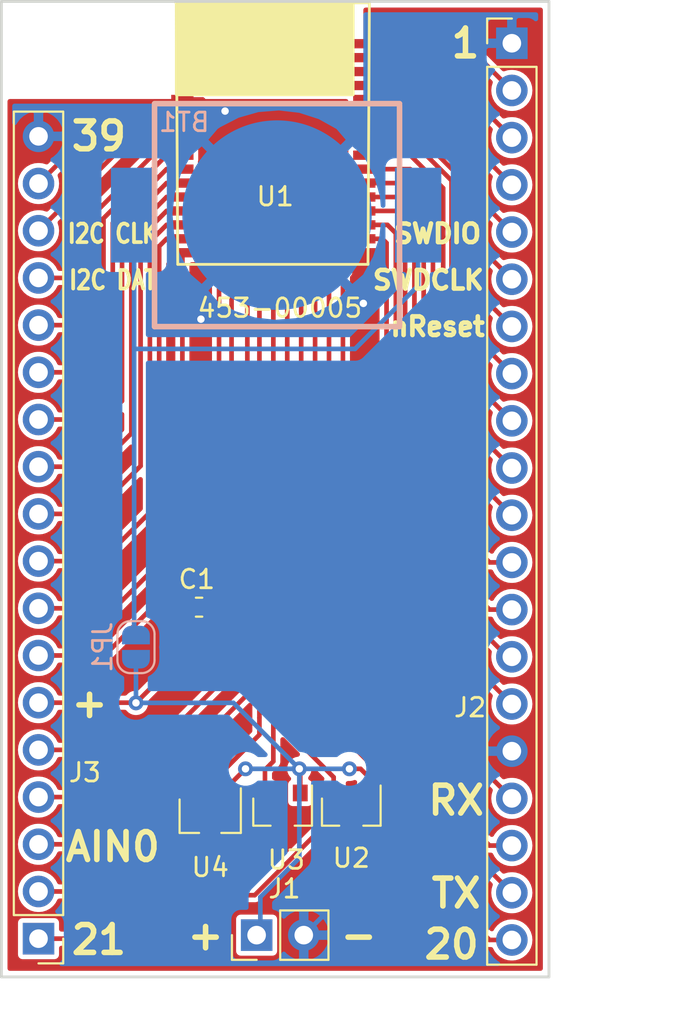
<source format=kicad_pcb>
(kicad_pcb (version 20171130) (host pcbnew "(5.1.0)-1")

  (general
    (thickness 1.6)
    (drawings 21)
    (tracks 217)
    (zones 0)
    (modules 10)
    (nets 38)
  )

  (page A4)
  (layers
    (0 F.Cu signal)
    (31 B.Cu signal)
    (32 B.Adhes user)
    (33 F.Adhes user)
    (34 B.Paste user)
    (35 F.Paste user)
    (36 B.SilkS user)
    (37 F.SilkS user)
    (38 B.Mask user)
    (39 F.Mask user)
    (40 Dwgs.User user)
    (41 Cmts.User user)
    (42 Eco1.User user)
    (43 Eco2.User user)
    (44 Edge.Cuts user)
    (45 Margin user)
    (46 B.CrtYd user)
    (47 F.CrtYd user)
    (48 B.Fab user)
    (49 F.Fab user)
  )

  (setup
    (last_trace_width 0.25)
    (trace_clearance 0.2)
    (zone_clearance 0.254)
    (zone_45_only no)
    (trace_min 0.2)
    (via_size 0.8)
    (via_drill 0.4)
    (via_min_size 0.4)
    (via_min_drill 0.3)
    (uvia_size 0.3)
    (uvia_drill 0.1)
    (uvias_allowed no)
    (uvia_min_size 0.2)
    (uvia_min_drill 0.1)
    (edge_width 0.15)
    (segment_width 0.2)
    (pcb_text_width 0.3)
    (pcb_text_size 1.5 1.5)
    (mod_edge_width 0.15)
    (mod_text_size 1 1)
    (mod_text_width 0.15)
    (pad_size 1.524 1.524)
    (pad_drill 0.762)
    (pad_to_mask_clearance 0.051)
    (solder_mask_min_width 0.25)
    (aux_axis_origin 0 0)
    (visible_elements 7FFDFFFF)
    (pcbplotparams
      (layerselection 0x010f0_ffffffff)
      (usegerberextensions false)
      (usegerberattributes false)
      (usegerberadvancedattributes false)
      (creategerberjobfile false)
      (excludeedgelayer true)
      (linewidth 0.100000)
      (plotframeref false)
      (viasonmask false)
      (mode 1)
      (useauxorigin false)
      (hpglpennumber 1)
      (hpglpenspeed 20)
      (hpglpendiameter 15.000000)
      (psnegative false)
      (psa4output false)
      (plotreference true)
      (plotvalue true)
      (plotinvisibletext false)
      (padsonsilk false)
      (subtractmaskfromsilk false)
      (outputformat 1)
      (mirror false)
      (drillshape 0)
      (scaleselection 1)
      (outputdirectory "outputs proyecto/gerbers/"))
  )

  (net 0 "")
  (net 1 +3V3)
  (net 2 GND)
  (net 3 "Net-(J2-Pad2)")
  (net 4 "Net-(J2-Pad3)")
  (net 5 "Net-(J2-Pad4)")
  (net 6 "Net-(J2-Pad5)")
  (net 7 "Net-(J2-Pad6)")
  (net 8 "Net-(J2-Pad7)")
  (net 9 "Net-(J2-Pad8)")
  (net 10 "Net-(J2-Pad9)")
  (net 11 "Net-(J2-Pad10)")
  (net 12 "Net-(J2-Pad11)")
  (net 13 "Net-(J2-Pad12)")
  (net 14 "Net-(J2-Pad13)")
  (net 15 "Net-(J2-Pad14)")
  (net 16 "Net-(J2-Pad15)")
  (net 17 "Net-(J2-Pad17)")
  (net 18 "Net-(J2-Pad18)")
  (net 19 "Net-(J2-Pad19)")
  (net 20 "Net-(J2-Pad20)")
  (net 21 "Net-(J3-Pad1)")
  (net 22 "Net-(J3-Pad2)")
  (net 23 "Net-(J3-Pad3)")
  (net 24 "Net-(J3-Pad4)")
  (net 25 "Net-(J3-Pad5)")
  (net 26 "Net-(J3-Pad8)")
  (net 27 "Net-(J3-Pad9)")
  (net 28 "Net-(J3-Pad10)")
  (net 29 "Net-(J3-Pad11)")
  (net 30 "Net-(J3-Pad12)")
  (net 31 "Net-(J3-Pad13)")
  (net 32 "Net-(J3-Pad14)")
  (net 33 "Net-(J3-Pad15)")
  (net 34 "Net-(J3-Pad16)")
  (net 35 "Net-(J3-Pad17)")
  (net 36 "Net-(J3-Pad7)")
  (net 37 "Net-(BT1-Pad1)")

  (net_class Default "Esta es la clase de red por defecto."
    (clearance 0.2)
    (trace_width 0.25)
    (via_dia 0.8)
    (via_drill 0.4)
    (uvia_dia 0.3)
    (uvia_drill 0.1)
    (add_net +3V3)
    (add_net GND)
    (add_net "Net-(BT1-Pad1)")
    (add_net "Net-(J2-Pad10)")
    (add_net "Net-(J2-Pad11)")
    (add_net "Net-(J2-Pad12)")
    (add_net "Net-(J2-Pad13)")
    (add_net "Net-(J2-Pad14)")
    (add_net "Net-(J2-Pad15)")
    (add_net "Net-(J2-Pad17)")
    (add_net "Net-(J2-Pad18)")
    (add_net "Net-(J2-Pad19)")
    (add_net "Net-(J2-Pad2)")
    (add_net "Net-(J2-Pad20)")
    (add_net "Net-(J2-Pad3)")
    (add_net "Net-(J2-Pad4)")
    (add_net "Net-(J2-Pad5)")
    (add_net "Net-(J2-Pad6)")
    (add_net "Net-(J2-Pad7)")
    (add_net "Net-(J2-Pad8)")
    (add_net "Net-(J2-Pad9)")
    (add_net "Net-(J3-Pad1)")
    (add_net "Net-(J3-Pad10)")
    (add_net "Net-(J3-Pad11)")
    (add_net "Net-(J3-Pad12)")
    (add_net "Net-(J3-Pad13)")
    (add_net "Net-(J3-Pad14)")
    (add_net "Net-(J3-Pad15)")
    (add_net "Net-(J3-Pad16)")
    (add_net "Net-(J3-Pad17)")
    (add_net "Net-(J3-Pad2)")
    (add_net "Net-(J3-Pad3)")
    (add_net "Net-(J3-Pad4)")
    (add_net "Net-(J3-Pad5)")
    (add_net "Net-(J3-Pad7)")
    (add_net "Net-(J3-Pad8)")
    (add_net "Net-(J3-Pad9)")
  )

  (module footprints:CR1216_holder_mouser_bat_hld_012_smt (layer B.Cu) (tedit 5A7D6510) (tstamp 5CC7E179)
    (at 139.1 65)
    (path /5CB03C6A)
    (fp_text reference BT1 (at -5 -5) (layer B.SilkS)
      (effects (font (size 1 1) (thickness 0.15)) (justify mirror))
    )
    (fp_text value Battery_Cell (at 0 7) (layer B.Fab)
      (effects (font (size 1 1) (thickness 0.15)) (justify mirror))
    )
    (fp_line (start -6.6 -6) (end 6.6 -6) (layer B.SilkS) (width 0.3))
    (fp_line (start 6.6 6) (end -6.6 6) (layer B.SilkS) (width 0.3))
    (fp_line (start 6.6 0) (end 6.6 5.9) (layer B.SilkS) (width 0.3))
    (fp_line (start 6.6 -5.9) (end 6.6 0) (layer B.SilkS) (width 0.3))
    (fp_line (start -6.6 -5.9) (end -6.6 0) (layer B.SilkS) (width 0.3))
    (fp_line (start -6.6 0.1) (end -6.6 6) (layer B.SilkS) (width 0.3))
    (pad 1 smd rect (at -7.7 0) (size 2.5 5.1) (layers B.Cu B.Paste B.Mask)
      (net 37 "Net-(BT1-Pad1)"))
    (pad 1 smd rect (at 7.6 0) (size 2.5 5.1) (layers B.Cu B.Paste B.Mask)
      (net 37 "Net-(BT1-Pad1)"))
    (pad 2 smd circle (at 0 0) (size 10.2 10.2) (layers B.Cu B.Paste B.Mask)
      (net 2 GND))
  )

  (module Connector_PinHeader_2.54mm:PinHeader_1x02_P2.54mm_Vertical (layer F.Cu) (tedit 5CAEF7C1) (tstamp 5CA78EF9)
    (at 138 103.75 90)
    (descr "Through hole straight pin header, 1x02, 2.54mm pitch, single row")
    (tags "Through hole pin header THT 1x02 2.54mm single row")
    (path /5CA83D65)
    (fp_text reference J1 (at 2.5 1.5 180) (layer F.SilkS)
      (effects (font (size 1 1) (thickness 0.15)))
    )
    (fp_text value Conn_01x02_Male (at 2.75 29.25 180) (layer F.Fab) hide
      (effects (font (size 1 1) (thickness 0.15)))
    )
    (fp_line (start -0.635 -1.27) (end 1.27 -1.27) (layer F.Fab) (width 0.1))
    (fp_line (start 1.27 -1.27) (end 1.27 3.81) (layer F.Fab) (width 0.1))
    (fp_line (start 1.27 3.81) (end -1.27 3.81) (layer F.Fab) (width 0.1))
    (fp_line (start -1.27 3.81) (end -1.27 -0.635) (layer F.Fab) (width 0.1))
    (fp_line (start -1.27 -0.635) (end -0.635 -1.27) (layer F.Fab) (width 0.1))
    (fp_line (start -1.33 3.87) (end 1.33 3.87) (layer F.SilkS) (width 0.12))
    (fp_line (start -1.33 1.27) (end -1.33 3.87) (layer F.SilkS) (width 0.12))
    (fp_line (start 1.33 1.27) (end 1.33 3.87) (layer F.SilkS) (width 0.12))
    (fp_line (start -1.33 1.27) (end 1.33 1.27) (layer F.SilkS) (width 0.12))
    (fp_line (start -1.33 0) (end -1.33 -1.33) (layer F.SilkS) (width 0.12))
    (fp_line (start -1.33 -1.33) (end 0 -1.33) (layer F.SilkS) (width 0.12))
    (fp_line (start -1.8 -1.8) (end -1.8 4.35) (layer F.CrtYd) (width 0.05))
    (fp_line (start -1.8 4.35) (end 1.8 4.35) (layer F.CrtYd) (width 0.05))
    (fp_line (start 1.8 4.35) (end 1.8 -1.8) (layer F.CrtYd) (width 0.05))
    (fp_line (start 1.8 -1.8) (end -1.8 -1.8) (layer F.CrtYd) (width 0.05))
    (fp_text user %R (at 0 1.27 -180) (layer F.Fab)
      (effects (font (size 1 1) (thickness 0.15)))
    )
    (pad 1 thru_hole rect (at 0 0 90) (size 1.7 1.7) (drill 1) (layers *.Cu *.Mask)
      (net 1 +3V3))
    (pad 2 thru_hole oval (at 0 2.54 90) (size 1.7 1.7) (drill 1) (layers *.Cu *.Mask)
      (net 2 GND))
    (model ${KISYS3DMOD}/Connector_PinHeader_2.54mm.3dshapes/PinHeader_1x02_P2.54mm_Vertical.wrl
      (at (xyz 0 0 0))
      (scale (xyz 1 1 1))
      (rotate (xyz 0 0 0))
    )
  )

  (module Connector_PinHeader_2.54mm:PinHeader_1x20_P2.54mm_Vertical (layer F.Cu) (tedit 5CAEF7BE) (tstamp 5CA78BEB)
    (at 151.75 55.75)
    (descr "Through hole straight pin header, 1x20, 2.54mm pitch, single row")
    (tags "Through hole pin header THT 1x20 2.54mm single row")
    (path /5CA90C45)
    (fp_text reference J2 (at -2.25 35.75) (layer F.SilkS)
      (effects (font (size 1 1) (thickness 0.15)))
    )
    (fp_text value Conn_01x20_Male (at 15.5 43.25) (layer F.Fab) hide
      (effects (font (size 1 1) (thickness 0.15)))
    )
    (fp_line (start -0.635 -1.27) (end 1.27 -1.27) (layer F.Fab) (width 0.1))
    (fp_line (start 1.27 -1.27) (end 1.27 49.53) (layer F.Fab) (width 0.1))
    (fp_line (start 1.27 49.53) (end -1.27 49.53) (layer F.Fab) (width 0.1))
    (fp_line (start -1.27 49.53) (end -1.27 -0.635) (layer F.Fab) (width 0.1))
    (fp_line (start -1.27 -0.635) (end -0.635 -1.27) (layer F.Fab) (width 0.1))
    (fp_line (start -1.33 49.59) (end 1.33 49.59) (layer F.SilkS) (width 0.12))
    (fp_line (start -1.33 1.27) (end -1.33 49.59) (layer F.SilkS) (width 0.12))
    (fp_line (start 1.33 1.27) (end 1.33 49.59) (layer F.SilkS) (width 0.12))
    (fp_line (start -1.33 1.27) (end 1.33 1.27) (layer F.SilkS) (width 0.12))
    (fp_line (start -1.33 0) (end -1.33 -1.33) (layer F.SilkS) (width 0.12))
    (fp_line (start -1.33 -1.33) (end 0 -1.33) (layer F.SilkS) (width 0.12))
    (fp_line (start -1.8 -1.8) (end -1.8 50.05) (layer F.CrtYd) (width 0.05))
    (fp_line (start -1.8 50.05) (end 1.8 50.05) (layer F.CrtYd) (width 0.05))
    (fp_line (start 1.8 50.05) (end 1.8 -1.8) (layer F.CrtYd) (width 0.05))
    (fp_line (start 1.8 -1.8) (end -1.8 -1.8) (layer F.CrtYd) (width 0.05))
    (fp_text user %R (at 0 24.13 90) (layer F.Fab)
      (effects (font (size 1 1) (thickness 0.15)))
    )
    (pad 1 thru_hole rect (at 0 0) (size 1.7 1.7) (drill 1) (layers *.Cu *.Mask)
      (net 2 GND))
    (pad 2 thru_hole oval (at 0 2.54) (size 1.7 1.7) (drill 1) (layers *.Cu *.Mask)
      (net 3 "Net-(J2-Pad2)"))
    (pad 3 thru_hole oval (at 0 5.08) (size 1.7 1.7) (drill 1) (layers *.Cu *.Mask)
      (net 4 "Net-(J2-Pad3)"))
    (pad 4 thru_hole oval (at 0 7.62) (size 1.7 1.7) (drill 1) (layers *.Cu *.Mask)
      (net 5 "Net-(J2-Pad4)"))
    (pad 5 thru_hole oval (at 0 10.16) (size 1.7 1.7) (drill 1) (layers *.Cu *.Mask)
      (net 6 "Net-(J2-Pad5)"))
    (pad 6 thru_hole oval (at 0 12.7) (size 1.7 1.7) (drill 1) (layers *.Cu *.Mask)
      (net 7 "Net-(J2-Pad6)"))
    (pad 7 thru_hole oval (at 0 15.24) (size 1.7 1.7) (drill 1) (layers *.Cu *.Mask)
      (net 8 "Net-(J2-Pad7)"))
    (pad 8 thru_hole oval (at 0 17.78) (size 1.7 1.7) (drill 1) (layers *.Cu *.Mask)
      (net 9 "Net-(J2-Pad8)"))
    (pad 9 thru_hole oval (at 0 20.32) (size 1.7 1.7) (drill 1) (layers *.Cu *.Mask)
      (net 10 "Net-(J2-Pad9)"))
    (pad 10 thru_hole oval (at 0 22.86) (size 1.7 1.7) (drill 1) (layers *.Cu *.Mask)
      (net 11 "Net-(J2-Pad10)"))
    (pad 11 thru_hole oval (at 0 25.4) (size 1.7 1.7) (drill 1) (layers *.Cu *.Mask)
      (net 12 "Net-(J2-Pad11)"))
    (pad 12 thru_hole oval (at 0 27.94) (size 1.7 1.7) (drill 1) (layers *.Cu *.Mask)
      (net 13 "Net-(J2-Pad12)"))
    (pad 13 thru_hole oval (at 0 30.48) (size 1.7 1.7) (drill 1) (layers *.Cu *.Mask)
      (net 14 "Net-(J2-Pad13)"))
    (pad 14 thru_hole oval (at 0 33.02) (size 1.7 1.7) (drill 1) (layers *.Cu *.Mask)
      (net 15 "Net-(J2-Pad14)"))
    (pad 15 thru_hole oval (at 0 35.56) (size 1.7 1.7) (drill 1) (layers *.Cu *.Mask)
      (net 16 "Net-(J2-Pad15)"))
    (pad 16 thru_hole oval (at 0 38.1) (size 1.7 1.7) (drill 1) (layers *.Cu *.Mask)
      (net 2 GND))
    (pad 17 thru_hole oval (at 0 40.64) (size 1.7 1.7) (drill 1) (layers *.Cu *.Mask)
      (net 17 "Net-(J2-Pad17)"))
    (pad 18 thru_hole oval (at 0 43.18) (size 1.7 1.7) (drill 1) (layers *.Cu *.Mask)
      (net 18 "Net-(J2-Pad18)"))
    (pad 19 thru_hole oval (at 0 45.72) (size 1.7 1.7) (drill 1) (layers *.Cu *.Mask)
      (net 19 "Net-(J2-Pad19)"))
    (pad 20 thru_hole oval (at 0 48.26) (size 1.7 1.7) (drill 1) (layers *.Cu *.Mask)
      (net 20 "Net-(J2-Pad20)"))
    (model ${KISYS3DMOD}/Connector_PinHeader_2.54mm.3dshapes/PinHeader_1x20_P2.54mm_Vertical.wrl
      (at (xyz 0 0 0))
      (scale (xyz 1 1 1))
      (rotate (xyz 0 0 0))
    )
  )

  (module Connector_PinHeader_2.54mm:PinHeader_1x18_P2.54mm_Vertical (layer F.Cu) (tedit 5CAEF7C4) (tstamp 5CA78DF1)
    (at 126.25 103.94 180)
    (descr "Through hole straight pin header, 1x18, 2.54mm pitch, single row")
    (tags "Through hole pin header THT 1x18 2.54mm single row")
    (path /5CA97AF9)
    (fp_text reference J3 (at -2.5 8.94 180) (layer F.SilkS)
      (effects (font (size 1 1) (thickness 0.15)))
    )
    (fp_text value Conn_01x18_Male (at -41 0.69 180) (layer F.Fab) hide
      (effects (font (size 1 1) (thickness 0.15)))
    )
    (fp_line (start -0.635 -1.27) (end 1.27 -1.27) (layer F.Fab) (width 0.1))
    (fp_line (start 1.27 -1.27) (end 1.27 44.45) (layer F.Fab) (width 0.1))
    (fp_line (start 1.27 44.45) (end -1.27 44.45) (layer F.Fab) (width 0.1))
    (fp_line (start -1.27 44.45) (end -1.27 -0.635) (layer F.Fab) (width 0.1))
    (fp_line (start -1.27 -0.635) (end -0.635 -1.27) (layer F.Fab) (width 0.1))
    (fp_line (start -1.33 44.51) (end 1.33 44.51) (layer F.SilkS) (width 0.12))
    (fp_line (start -1.33 1.27) (end -1.33 44.51) (layer F.SilkS) (width 0.12))
    (fp_line (start 1.33 1.27) (end 1.33 44.51) (layer F.SilkS) (width 0.12))
    (fp_line (start -1.33 1.27) (end 1.33 1.27) (layer F.SilkS) (width 0.12))
    (fp_line (start -1.33 0) (end -1.33 -1.33) (layer F.SilkS) (width 0.12))
    (fp_line (start -1.33 -1.33) (end 0 -1.33) (layer F.SilkS) (width 0.12))
    (fp_line (start -1.8 -1.8) (end -1.8 44.95) (layer F.CrtYd) (width 0.05))
    (fp_line (start -1.8 44.95) (end 1.8 44.95) (layer F.CrtYd) (width 0.05))
    (fp_line (start 1.8 44.95) (end 1.8 -1.8) (layer F.CrtYd) (width 0.05))
    (fp_line (start 1.8 -1.8) (end -1.8 -1.8) (layer F.CrtYd) (width 0.05))
    (fp_text user %R (at -0.725001 23.924999 270) (layer F.Fab)
      (effects (font (size 1 1) (thickness 0.15)))
    )
    (pad 1 thru_hole rect (at 0 0 180) (size 1.7 1.7) (drill 1) (layers *.Cu *.Mask)
      (net 21 "Net-(J3-Pad1)"))
    (pad 2 thru_hole oval (at 0 2.54 180) (size 1.7 1.7) (drill 1) (layers *.Cu *.Mask)
      (net 22 "Net-(J3-Pad2)"))
    (pad 3 thru_hole oval (at 0 5.08 180) (size 1.7 1.7) (drill 1) (layers *.Cu *.Mask)
      (net 23 "Net-(J3-Pad3)"))
    (pad 4 thru_hole oval (at 0 7.62 180) (size 1.7 1.7) (drill 1) (layers *.Cu *.Mask)
      (net 24 "Net-(J3-Pad4)"))
    (pad 5 thru_hole oval (at 0 10.16 180) (size 1.7 1.7) (drill 1) (layers *.Cu *.Mask)
      (net 25 "Net-(J3-Pad5)"))
    (pad 6 thru_hole oval (at 0 12.7 180) (size 1.7 1.7) (drill 1) (layers *.Cu *.Mask)
      (net 1 +3V3))
    (pad 7 thru_hole oval (at 0 15.24 180) (size 1.7 1.7) (drill 1) (layers *.Cu *.Mask)
      (net 36 "Net-(J3-Pad7)"))
    (pad 8 thru_hole oval (at 0 17.78 180) (size 1.7 1.7) (drill 1) (layers *.Cu *.Mask)
      (net 26 "Net-(J3-Pad8)"))
    (pad 9 thru_hole oval (at 0 20.32 180) (size 1.7 1.7) (drill 1) (layers *.Cu *.Mask)
      (net 27 "Net-(J3-Pad9)"))
    (pad 10 thru_hole oval (at 0 22.86 180) (size 1.7 1.7) (drill 1) (layers *.Cu *.Mask)
      (net 28 "Net-(J3-Pad10)"))
    (pad 11 thru_hole oval (at 0 25.4 180) (size 1.7 1.7) (drill 1) (layers *.Cu *.Mask)
      (net 29 "Net-(J3-Pad11)"))
    (pad 12 thru_hole oval (at 0 27.94 180) (size 1.7 1.7) (drill 1) (layers *.Cu *.Mask)
      (net 30 "Net-(J3-Pad12)"))
    (pad 13 thru_hole oval (at 0 30.48 180) (size 1.7 1.7) (drill 1) (layers *.Cu *.Mask)
      (net 31 "Net-(J3-Pad13)"))
    (pad 14 thru_hole oval (at 0 33.02 180) (size 1.7 1.7) (drill 1) (layers *.Cu *.Mask)
      (net 32 "Net-(J3-Pad14)"))
    (pad 15 thru_hole oval (at 0 35.56 180) (size 1.7 1.7) (drill 1) (layers *.Cu *.Mask)
      (net 33 "Net-(J3-Pad15)"))
    (pad 16 thru_hole oval (at 0 38.1 180) (size 1.7 1.7) (drill 1) (layers *.Cu *.Mask)
      (net 34 "Net-(J3-Pad16)"))
    (pad 17 thru_hole oval (at 0 40.64 180) (size 1.7 1.7) (drill 1) (layers *.Cu *.Mask)
      (net 35 "Net-(J3-Pad17)"))
    (pad 18 thru_hole oval (at 0 43.18 180) (size 1.7 1.7) (drill 1) (layers *.Cu *.Mask)
      (net 2 GND))
    (model ${KISYS3DMOD}/Connector_PinHeader_2.54mm.3dshapes/PinHeader_1x18_P2.54mm_Vertical.wrl
      (at (xyz 0 0 0))
      (scale (xyz 1 1 1))
      (rotate (xyz 0 0 0))
    )
  )

  (module footprints:453-0005 (layer F.Cu) (tedit 5CAE293A) (tstamp 5CA78AEF)
    (at 134 58.775001)
    (path /5CA7DB6D)
    (fp_text reference U1 (at 5 5.224999) (layer F.SilkS)
      (effects (font (size 1 1) (thickness 0.15)))
    )
    (fp_text value 453-00005 (at 5.25 11.224999) (layer F.SilkS)
      (effects (font (size 1 1) (thickness 0.15)))
    )
    (fp_line (start -0.25 -0.25) (end 9.2 -0.25) (layer F.SilkS) (width 0.15))
    (fp_line (start 9.2 -0.25) (end 9.2 -5.175) (layer F.SilkS) (width 0.15))
    (fp_line (start 9.2 -5.175) (end -0.325 -5.175) (layer F.SilkS) (width 0.15))
    (fp_line (start -0.325 -5.175) (end -0.325 -0.25) (layer F.SilkS) (width 0.15))
    (fp_poly (pts (xy -0.275 -0.25) (xy -0.3 -5.175) (xy 9.15 -5.15) (xy 9.15 -0.275)) (layer F.SilkS) (width 0.15))
    (fp_line (start -0.35 -5.2) (end 10.075 -5.2) (layer F.SilkS) (width 0.15))
    (fp_line (start 10.075 -5.2) (end 10 8.875) (layer F.SilkS) (width 0.15))
    (fp_line (start 10 8.875) (end -0.25 8.875) (layer F.SilkS) (width 0.15))
    (fp_line (start -0.25 8.875) (end -0.325 -5.2) (layer F.SilkS) (width 0.15))
    (pad 39 smd rect (at 0 0 90) (size 0.5 1.2) (layers F.Cu F.Paste F.Mask)
      (net 2 GND))
    (pad 38 smd rect (at 0 0.75 90) (size 0.5 1.2) (layers F.Cu F.Paste F.Mask)
      (net 35 "Net-(J3-Pad17)"))
    (pad 37 smd rect (at 0 1.5 90) (size 0.5 1.2) (layers F.Cu F.Paste F.Mask)
      (net 34 "Net-(J3-Pad16)"))
    (pad 36 smd rect (at 0 2.25 90) (size 0.5 1.2) (layers F.Cu F.Paste F.Mask)
      (net 33 "Net-(J3-Pad15)"))
    (pad 35 smd rect (at 0 3 90) (size 0.5 1.2) (layers F.Cu F.Paste F.Mask)
      (net 32 "Net-(J3-Pad14)"))
    (pad 34 smd rect (at 0 3.75 90) (size 0.5 1.2) (layers F.Cu F.Paste F.Mask)
      (net 31 "Net-(J3-Pad13)"))
    (pad 33 smd rect (at 0 4.5 90) (size 0.5 1.2) (layers F.Cu F.Paste F.Mask)
      (net 30 "Net-(J3-Pad12)"))
    (pad 32 smd rect (at 0 5.25 90) (size 0.5 1.2) (layers F.Cu F.Paste F.Mask)
      (net 29 "Net-(J3-Pad11)"))
    (pad 31 smd rect (at 0 6 90) (size 0.5 1.2) (layers F.Cu F.Paste F.Mask)
      (net 28 "Net-(J3-Pad10)"))
    (pad 30 smd rect (at 0 6.75 90) (size 0.5 1.2) (layers F.Cu F.Paste F.Mask)
      (net 27 "Net-(J3-Pad9)"))
    (pad 29 smd rect (at 0 7.5 90) (size 0.5 1.2) (layers F.Cu F.Paste F.Mask)
      (net 26 "Net-(J3-Pad8)"))
    (pad 28 smd rect (at 0 8.25 90) (size 0.5 1.2) (layers F.Cu F.Paste F.Mask)
      (net 36 "Net-(J3-Pad7)"))
    (pad 27 smd rect (at 1.15 8.7 180) (size 0.5 1.2) (layers F.Cu F.Paste F.Mask)
      (net 2 GND))
    (pad 26 smd rect (at 1.9 8.7 180) (size 0.5 1.2) (layers F.Cu F.Paste F.Mask)
      (net 1 +3V3))
    (pad 25 smd rect (at 2.65 8.7 180) (size 0.5 1.2) (layers F.Cu F.Paste F.Mask)
      (net 25 "Net-(J3-Pad5)"))
    (pad 24 smd rect (at 3.4 8.7 180) (size 0.5 1.2) (layers F.Cu F.Paste F.Mask)
      (net 24 "Net-(J3-Pad4)"))
    (pad 23 smd rect (at 4.15 8.7 180) (size 0.5 1.2) (layers F.Cu F.Paste F.Mask)
      (net 23 "Net-(J3-Pad3)"))
    (pad 22 smd rect (at 4.9 8.7 180) (size 0.5 1.2) (layers F.Cu F.Paste F.Mask)
      (net 22 "Net-(J3-Pad2)"))
    (pad 21 smd rect (at 5.65 8.7 180) (size 0.5 1.2) (layers F.Cu F.Paste F.Mask)
      (net 21 "Net-(J3-Pad1)"))
    (pad 20 smd rect (at 6.4 8.7 180) (size 0.5 1.2) (layers F.Cu F.Paste F.Mask)
      (net 20 "Net-(J2-Pad20)"))
    (pad 19 smd rect (at 7.15 8.7 180) (size 0.5 1.2) (layers F.Cu F.Paste F.Mask)
      (net 19 "Net-(J2-Pad19)"))
    (pad 18 smd rect (at 7.9 8.7 180) (size 0.5 1.2) (layers F.Cu F.Paste F.Mask)
      (net 18 "Net-(J2-Pad18)"))
    (pad 17 smd rect (at 8.65 8.7 180) (size 0.5 1.2) (layers F.Cu F.Paste F.Mask)
      (net 17 "Net-(J2-Pad17)"))
    (pad 16 smd rect (at 9.8 8.25 270) (size 0.5 1.2) (layers F.Cu F.Paste F.Mask)
      (net 2 GND))
    (pad 15 smd rect (at 9.8 7.5 270) (size 0.5 1.2) (layers F.Cu F.Paste F.Mask)
      (net 16 "Net-(J2-Pad15)"))
    (pad 14 smd rect (at 9.8 6.75 270) (size 0.5 1.2) (layers F.Cu F.Paste F.Mask)
      (net 15 "Net-(J2-Pad14)"))
    (pad 13 smd rect (at 9.8 6 270) (size 0.5 1.2) (layers F.Cu F.Paste F.Mask)
      (net 14 "Net-(J2-Pad13)"))
    (pad 12 smd rect (at 9.8 5.25 270) (size 0.5 1.2) (layers F.Cu F.Paste F.Mask)
      (net 13 "Net-(J2-Pad12)"))
    (pad 11 smd rect (at 9.8 4.5 270) (size 0.5 1.2) (layers F.Cu F.Paste F.Mask)
      (net 12 "Net-(J2-Pad11)"))
    (pad 10 smd rect (at 9.8 3.75 270) (size 0.5 1.2) (layers F.Cu F.Paste F.Mask)
      (net 11 "Net-(J2-Pad10)"))
    (pad 9 smd rect (at 9.8 3 270) (size 0.5 1.2) (layers F.Cu F.Paste F.Mask)
      (net 10 "Net-(J2-Pad9)"))
    (pad 8 smd rect (at 9.8 2.25 270) (size 0.5 1.2) (layers F.Cu F.Paste F.Mask)
      (net 9 "Net-(J2-Pad8)"))
    (pad 7 smd rect (at 9.8 1.5 270) (size 0.5 1.2) (layers F.Cu F.Paste F.Mask)
      (net 8 "Net-(J2-Pad7)"))
    (pad 6 smd rect (at 9.8 0.75 270) (size 0.5 1.2) (layers F.Cu F.Paste F.Mask)
      (net 7 "Net-(J2-Pad6)"))
    (pad 5 smd rect (at 9.8 0 270) (size 0.5 1.2) (layers F.Cu F.Paste F.Mask)
      (net 6 "Net-(J2-Pad5)"))
    (pad 4 smd rect (at 9.8 -0.75 270) (size 0.5 1.2) (layers F.Cu F.Paste F.Mask)
      (net 5 "Net-(J2-Pad4)"))
    (pad 3 smd rect (at 9.8 -1.5 270) (size 0.5 1.2) (layers F.Cu F.Paste F.Mask)
      (net 4 "Net-(J2-Pad3)"))
    (pad 2 smd rect (at 9.8 -2.25 270) (size 0.5 1.2) (layers F.Cu F.Paste F.Mask)
      (net 3 "Net-(J2-Pad2)"))
    (pad 1 smd rect (at 9.8 -3 270) (size 0.5 1.2) (layers F.Cu F.Paste F.Mask)
      (net 2 GND))
  )

  (module Capacitor_SMD:C_0603_1608Metric_Pad1.05x0.95mm_HandSolder (layer F.Cu) (tedit 5B301BBE) (tstamp 5CCAB44D)
    (at 134.9 86.1 180)
    (descr "Capacitor SMD 0603 (1608 Metric), square (rectangular) end terminal, IPC_7351 nominal with elongated pad for handsoldering. (Body size source: http://www.tortai-tech.com/upload/download/2011102023233369053.pdf), generated with kicad-footprint-generator")
    (tags "capacitor handsolder")
    (path /5CAFD93C)
    (attr smd)
    (fp_text reference C1 (at 0.125 1.5 180) (layer F.SilkS)
      (effects (font (size 1 1) (thickness 0.15)))
    )
    (fp_text value 0,1uF (at 0 1.43 180) (layer F.Fab)
      (effects (font (size 1 1) (thickness 0.15)))
    )
    (fp_line (start -0.8 0.4) (end -0.8 -0.4) (layer F.Fab) (width 0.1))
    (fp_line (start -0.8 -0.4) (end 0.8 -0.4) (layer F.Fab) (width 0.1))
    (fp_line (start 0.8 -0.4) (end 0.8 0.4) (layer F.Fab) (width 0.1))
    (fp_line (start 0.8 0.4) (end -0.8 0.4) (layer F.Fab) (width 0.1))
    (fp_line (start -0.171267 -0.51) (end 0.171267 -0.51) (layer F.SilkS) (width 0.12))
    (fp_line (start -0.171267 0.51) (end 0.171267 0.51) (layer F.SilkS) (width 0.12))
    (fp_line (start -1.65 0.73) (end -1.65 -0.73) (layer F.CrtYd) (width 0.05))
    (fp_line (start -1.65 -0.73) (end 1.65 -0.73) (layer F.CrtYd) (width 0.05))
    (fp_line (start 1.65 -0.73) (end 1.65 0.73) (layer F.CrtYd) (width 0.05))
    (fp_line (start 1.65 0.73) (end -1.65 0.73) (layer F.CrtYd) (width 0.05))
    (fp_text user %R (at 0 0 180) (layer F.Fab)
      (effects (font (size 0.4 0.4) (thickness 0.06)))
    )
    (pad 1 smd roundrect (at -0.875 0 180) (size 1.05 0.95) (layers F.Cu F.Paste F.Mask) (roundrect_rratio 0.25)
      (net 1 +3V3))
    (pad 2 smd roundrect (at 0.875 0 180) (size 1.05 0.95) (layers F.Cu F.Paste F.Mask) (roundrect_rratio 0.25)
      (net 2 GND))
    (model ${KISYS3DMOD}/Capacitor_SMD.3dshapes/C_0603_1608Metric.wrl
      (at (xyz 0 0 0))
      (scale (xyz 1 1 1))
      (rotate (xyz 0 0 0))
    )
  )

  (module Package_TO_SOT_SMD:SOT-23 (layer F.Cu) (tedit 5A02FF57) (tstamp 5CCABDAC)
    (at 143.1 97.1 270)
    (descr "SOT-23, Standard")
    (tags SOT-23)
    (path /5CAF52C6)
    (attr smd)
    (fp_text reference U2 (at 2.5 0 180) (layer F.SilkS)
      (effects (font (size 1 1) (thickness 0.15)))
    )
    (fp_text value SI7201 (at 0 2.5 270) (layer F.Fab)
      (effects (font (size 1 1) (thickness 0.15)))
    )
    (fp_text user %R (at 0 0) (layer F.Fab)
      (effects (font (size 0.5 0.5) (thickness 0.075)))
    )
    (fp_line (start -0.7 -0.95) (end -0.7 1.5) (layer F.Fab) (width 0.1))
    (fp_line (start -0.15 -1.52) (end 0.7 -1.52) (layer F.Fab) (width 0.1))
    (fp_line (start -0.7 -0.95) (end -0.15 -1.52) (layer F.Fab) (width 0.1))
    (fp_line (start 0.7 -1.52) (end 0.7 1.52) (layer F.Fab) (width 0.1))
    (fp_line (start -0.7 1.52) (end 0.7 1.52) (layer F.Fab) (width 0.1))
    (fp_line (start 0.76 1.58) (end 0.76 0.65) (layer F.SilkS) (width 0.12))
    (fp_line (start 0.76 -1.58) (end 0.76 -0.65) (layer F.SilkS) (width 0.12))
    (fp_line (start -1.7 -1.75) (end 1.7 -1.75) (layer F.CrtYd) (width 0.05))
    (fp_line (start 1.7 -1.75) (end 1.7 1.75) (layer F.CrtYd) (width 0.05))
    (fp_line (start 1.7 1.75) (end -1.7 1.75) (layer F.CrtYd) (width 0.05))
    (fp_line (start -1.7 1.75) (end -1.7 -1.75) (layer F.CrtYd) (width 0.05))
    (fp_line (start 0.76 -1.58) (end -1.4 -1.58) (layer F.SilkS) (width 0.12))
    (fp_line (start 0.76 1.58) (end -0.7 1.58) (layer F.SilkS) (width 0.12))
    (pad 1 smd rect (at -1 -0.95 270) (size 0.9 0.8) (layers F.Cu F.Paste F.Mask)
      (net 1 +3V3))
    (pad 2 smd rect (at -1 0.95 270) (size 0.9 0.8) (layers F.Cu F.Paste F.Mask)
      (net 21 "Net-(J3-Pad1)"))
    (pad 3 smd rect (at 1 0 270) (size 0.9 0.8) (layers F.Cu F.Paste F.Mask)
      (net 2 GND))
    (model ${KISYS3DMOD}/Package_TO_SOT_SMD.3dshapes/SOT-23.wrl
      (at (xyz 0 0 0))
      (scale (xyz 1 1 1))
      (rotate (xyz 0 0 0))
    )
  )

  (module Jumper:SolderJumper-2_P1.3mm_Open_RoundedPad1.0x1.5mm (layer B.Cu) (tedit 5B391E66) (tstamp 5CAF8E8E)
    (at 131.5 88.25 270)
    (descr "SMD Solder Jumper, 1x1.5mm, rounded Pads, 0.3mm gap, open")
    (tags "solder jumper open")
    (path /5CB08FC1)
    (attr virtual)
    (fp_text reference JP1 (at 0 1.8 270) (layer B.SilkS)
      (effects (font (size 1 1) (thickness 0.15)) (justify mirror))
    )
    (fp_text value SolderJumper_2_Open (at 0 -1.9 270) (layer B.Fab)
      (effects (font (size 1 1) (thickness 0.15)) (justify mirror))
    )
    (fp_arc (start 0.7 0.3) (end 1.4 0.3) (angle 90) (layer B.SilkS) (width 0.12))
    (fp_arc (start 0.7 -0.3) (end 0.7 -1) (angle 90) (layer B.SilkS) (width 0.12))
    (fp_arc (start -0.7 -0.3) (end -1.4 -0.3) (angle 90) (layer B.SilkS) (width 0.12))
    (fp_arc (start -0.7 0.3) (end -0.7 1) (angle 90) (layer B.SilkS) (width 0.12))
    (fp_line (start -1.4 -0.3) (end -1.4 0.3) (layer B.SilkS) (width 0.12))
    (fp_line (start 0.7 -1) (end -0.7 -1) (layer B.SilkS) (width 0.12))
    (fp_line (start 1.4 0.3) (end 1.4 -0.3) (layer B.SilkS) (width 0.12))
    (fp_line (start -0.7 1) (end 0.7 1) (layer B.SilkS) (width 0.12))
    (fp_line (start -1.65 1.25) (end 1.65 1.25) (layer B.CrtYd) (width 0.05))
    (fp_line (start -1.65 1.25) (end -1.65 -1.25) (layer B.CrtYd) (width 0.05))
    (fp_line (start 1.65 -1.25) (end 1.65 1.25) (layer B.CrtYd) (width 0.05))
    (fp_line (start 1.65 -1.25) (end -1.65 -1.25) (layer B.CrtYd) (width 0.05))
    (pad 1 smd custom (at -0.65 0 270) (size 1 0.5) (layers B.Cu B.Mask)
      (net 37 "Net-(BT1-Pad1)") (zone_connect 2)
      (options (clearance outline) (anchor rect))
      (primitives
        (gr_circle (center 0 -0.25) (end 0.5 -0.25) (width 0))
        (gr_circle (center 0 0.25) (end 0.5 0.25) (width 0))
        (gr_poly (pts
           (xy 0 0.75) (xy 0.5 0.75) (xy 0.5 -0.75) (xy 0 -0.75)) (width 0))
      ))
    (pad 2 smd custom (at 0.65 0 270) (size 1 0.5) (layers B.Cu B.Mask)
      (net 1 +3V3) (zone_connect 2)
      (options (clearance outline) (anchor rect))
      (primitives
        (gr_circle (center 0 -0.25) (end 0.5 -0.25) (width 0))
        (gr_circle (center 0 0.25) (end 0.5 0.25) (width 0))
        (gr_poly (pts
           (xy 0 0.75) (xy -0.5 0.75) (xy -0.5 -0.75) (xy 0 -0.75)) (width 0))
      ))
  )

  (module Package_TO_SOT_SMD:SOT-23 (layer F.Cu) (tedit 5A02FF57) (tstamp 5CCABD1E)
    (at 139.4 97.1 270)
    (descr "SOT-23, Standard")
    (tags SOT-23)
    (path /5CCAEA59)
    (attr smd)
    (fp_text reference U3 (at 2.6 -0.2) (layer F.SilkS)
      (effects (font (size 1 1) (thickness 0.15)))
    )
    (fp_text value DRV5033AJQDBZ (at 0 2.5 270) (layer F.Fab)
      (effects (font (size 1 1) (thickness 0.15)))
    )
    (fp_text user %R (at 0 0) (layer F.Fab)
      (effects (font (size 0.5 0.5) (thickness 0.075)))
    )
    (fp_line (start -0.7 -0.95) (end -0.7 1.5) (layer F.Fab) (width 0.1))
    (fp_line (start -0.15 -1.52) (end 0.7 -1.52) (layer F.Fab) (width 0.1))
    (fp_line (start -0.7 -0.95) (end -0.15 -1.52) (layer F.Fab) (width 0.1))
    (fp_line (start 0.7 -1.52) (end 0.7 1.52) (layer F.Fab) (width 0.1))
    (fp_line (start -0.7 1.52) (end 0.7 1.52) (layer F.Fab) (width 0.1))
    (fp_line (start 0.76 1.58) (end 0.76 0.65) (layer F.SilkS) (width 0.12))
    (fp_line (start 0.76 -1.58) (end 0.76 -0.65) (layer F.SilkS) (width 0.12))
    (fp_line (start -1.7 -1.75) (end 1.7 -1.75) (layer F.CrtYd) (width 0.05))
    (fp_line (start 1.7 -1.75) (end 1.7 1.75) (layer F.CrtYd) (width 0.05))
    (fp_line (start 1.7 1.75) (end -1.7 1.75) (layer F.CrtYd) (width 0.05))
    (fp_line (start -1.7 1.75) (end -1.7 -1.75) (layer F.CrtYd) (width 0.05))
    (fp_line (start 0.76 -1.58) (end -1.4 -1.58) (layer F.SilkS) (width 0.12))
    (fp_line (start 0.76 1.58) (end -0.7 1.58) (layer F.SilkS) (width 0.12))
    (pad 1 smd rect (at -1 -0.95 270) (size 0.9 0.8) (layers F.Cu F.Paste F.Mask)
      (net 1 +3V3))
    (pad 2 smd rect (at -1 0.95 270) (size 0.9 0.8) (layers F.Cu F.Paste F.Mask)
      (net 22 "Net-(J3-Pad2)"))
    (pad 3 smd rect (at 1 0 270) (size 0.9 0.8) (layers F.Cu F.Paste F.Mask)
      (net 2 GND))
    (model ${KISYS3DMOD}/Package_TO_SOT_SMD.3dshapes/SOT-23.wrl
      (at (xyz 0 0 0))
      (scale (xyz 1 1 1))
      (rotate (xyz 0 0 0))
    )
  )

  (module Package_TO_SOT_SMD:SC-59 (layer F.Cu) (tedit 5A02FF57) (tstamp 5CCABC90)
    (at 135.5 97.3 270)
    (descr "SC-59, https://lib.chipdip.ru/images/import_diod/original/SOT-23_SC-59.jpg")
    (tags SC-59)
    (path /5CCB5961)
    (attr smd)
    (fp_text reference U4 (at 2.8 0) (layer F.SilkS)
      (effects (font (size 1 1) (thickness 0.15)))
    )
    (fp_text value AH1806-W (at 0 2.5 270) (layer F.Fab)
      (effects (font (size 1 1) (thickness 0.15)))
    )
    (fp_text user %R (at 0 0) (layer F.Fab)
      (effects (font (size 0.5 0.5) (thickness 0.075)))
    )
    (fp_line (start -0.85 1.55) (end -0.85 -1) (layer F.Fab) (width 0.1))
    (fp_line (start -1.45 -1.65) (end 0.95 -1.65) (layer F.SilkS) (width 0.12))
    (fp_line (start 0.95 -1.65) (end 0.95 -0.6) (layer F.SilkS) (width 0.12))
    (fp_line (start -0.85 1.65) (end 0.95 1.65) (layer F.SilkS) (width 0.12))
    (fp_line (start 0.95 1.65) (end 0.95 0.6) (layer F.SilkS) (width 0.12))
    (fp_line (start -0.85 1.55) (end 0.85 1.55) (layer F.Fab) (width 0.1))
    (fp_line (start -0.3 -1.55) (end -0.85 -1) (layer F.Fab) (width 0.1))
    (fp_line (start -0.3 -1.55) (end 0.85 -1.55) (layer F.Fab) (width 0.1))
    (fp_line (start 0.85 -1.52) (end 0.85 1.52) (layer F.Fab) (width 0.1))
    (fp_line (start -1.9 -1.8) (end 1.9 -1.8) (layer F.CrtYd) (width 0.05))
    (fp_line (start -1.9 -1.8) (end -1.9 1.8) (layer F.CrtYd) (width 0.05))
    (fp_line (start 1.9 1.8) (end 1.9 -1.8) (layer F.CrtYd) (width 0.05))
    (fp_line (start 1.9 1.8) (end -1.9 1.8) (layer F.CrtYd) (width 0.05))
    (pad 1 smd rect (at -1.2 -0.95 270) (size 0.9 0.8) (layers F.Cu F.Paste F.Mask)
      (net 1 +3V3))
    (pad 2 smd rect (at -1.2 0.95 270) (size 0.9 0.8) (layers F.Cu F.Paste F.Mask)
      (net 2 GND))
    (pad 3 smd rect (at 1.2 0 270) (size 0.9 0.8) (layers F.Cu F.Paste F.Mask)
      (net 23 "Net-(J3-Pad3)"))
    (model ${KISYS3DMOD}/Package_TO_SOT_SMD.3dshapes/SC-59.wrl
      (at (xyz 0 0 0))
      (scale (xyz 1 1 1))
      (rotate (xyz 0 0 0))
    )
  )

  (dimension 29.5 (width 0.15) (layer Dwgs.User)
    (gr_text "29,500 mm" (at 139 109.2) (layer Dwgs.User)
      (effects (font (size 1 1) (thickness 0.15)))
    )
    (feature1 (pts (xy 124.25 106) (xy 124.25 108.486421)))
    (feature2 (pts (xy 153.75 106) (xy 153.75 108.486421)))
    (crossbar (pts (xy 153.75 107.9) (xy 124.25 107.9)))
    (arrow1a (pts (xy 124.25 107.9) (xy 125.376504 107.313579)))
    (arrow1b (pts (xy 124.25 107.9) (xy 125.376504 108.486421)))
    (arrow2a (pts (xy 153.75 107.9) (xy 152.623496 107.313579)))
    (arrow2b (pts (xy 153.75 107.9) (xy 152.623496 108.486421)))
  )
  (dimension 52.500024 (width 0.15) (layer Dwgs.User)
    (gr_text "52,500 mm" (at 157.474901 79.746429 270.0545674) (layer Dwgs.User)
      (effects (font (size 1 1) (thickness 0.15)))
    )
    (feature1 (pts (xy 153.75 106) (xy 156.786322 105.997108)))
    (feature2 (pts (xy 153.7 53.5) (xy 156.736322 53.497108)))
    (crossbar (pts (xy 156.149902 53.497667) (xy 156.199902 105.997667)))
    (arrow1a (pts (xy 156.199902 105.997667) (xy 155.612409 104.871722)))
    (arrow1b (pts (xy 156.199902 105.997667) (xy 156.78525 104.870605)))
    (arrow2a (pts (xy 156.149902 53.497667) (xy 155.564554 54.624729)))
    (arrow2b (pts (xy 156.149902 53.497667) (xy 156.737395 54.623612)))
  )
  (gr_text "I2C DAT" (at 130.25 68.5) (layer F.SilkS) (tstamp 5CAF0594)
    (effects (font (size 1 0.8) (thickness 0.2)))
  )
  (gr_text "I2C CLK" (at 130.25 66) (layer F.SilkS) (tstamp 5CAF0556)
    (effects (font (size 1 0.8) (thickness 0.2)))
  )
  (gr_text AIN0 (at 130.25 99) (layer F.SilkS) (tstamp 5CAF0506)
    (effects (font (size 1.5 1.5) (thickness 0.3)))
  )
  (gr_text TX (at 148.75 101.5) (layer F.SilkS) (tstamp 5CAF049E)
    (effects (font (size 1.5 1.5) (thickness 0.3)))
  )
  (gr_text RX (at 148.75 96.5) (layer F.SilkS) (tstamp 5CAF048A)
    (effects (font (size 1.5 1.5) (thickness 0.3)))
  )
  (gr_text nReset (at 147.75 71) (layer F.SilkS) (tstamp 5CAF0459)
    (effects (font (size 1 1) (thickness 0.25)))
  )
  (gr_text SWDCLK (at 147.25 68.5) (layer F.SilkS) (tstamp 5CAF0275)
    (effects (font (size 1 1) (thickness 0.25)))
  )
  (gr_text SWDIO (at 147.75 66) (layer F.SilkS) (tstamp 5CAF0242)
    (effects (font (size 1 1) (thickness 0.25)))
  )
  (gr_line (start 153.75 106) (end 153.75 53.5) (layer Edge.Cuts) (width 0.15))
  (gr_line (start 124.25 106) (end 153.75 106) (layer Edge.Cuts) (width 0.15))
  (gr_line (start 124.25 53.5) (end 124.25 106) (layer Edge.Cuts) (width 0.15))
  (gr_line (start 153.75 53.5) (end 124.25 53.5) (layer Edge.Cuts) (width 0.15))
  (gr_text 20 (at 148.5 104.25) (layer F.SilkS) (tstamp 5CAE2BC4)
    (effects (font (size 1.5 1.5) (thickness 0.3)))
  )
  (gr_text 1 (at 149.25 55.75) (layer F.SilkS) (tstamp 5CAE2BBB)
    (effects (font (size 1.5 1.5) (thickness 0.3)))
  )
  (gr_text + (at 129 91.25) (layer F.SilkS) (tstamp 5CAE2BB8)
    (effects (font (size 1.5 1.5) (thickness 0.3)))
  )
  (gr_text 21 (at 129.5 104) (layer F.SilkS)
    (effects (font (size 1.5 1.5) (thickness 0.3)))
  )
  (gr_text 39 (at 129.5 60.75) (layer F.SilkS)
    (effects (font (size 1.5 1.5) (thickness 0.3)))
  )
  (gr_text - (at 143.5 103.75) (layer F.SilkS)
    (effects (font (size 1.5 1.5) (thickness 0.3)))
  )
  (gr_text + (at 135.25 103.75) (layer F.SilkS)
    (effects (font (size 1.5 1.5) (thickness 0.3)))
  )

  (segment (start 131.51 91.24) (end 126.25 91.24) (width 0.25) (layer F.Cu) (net 1))
  (via (at 131.5 91.25) (size 0.8) (drill 0.4) (layers F.Cu B.Cu) (net 1))
  (segment (start 131.55 91.2) (end 131.5 91.25) (width 0.25) (layer B.Cu) (net 1))
  (segment (start 131.5 88.9) (end 131.5 91.25) (width 0.25) (layer B.Cu) (net 1))
  (segment (start 135.775 85.525) (end 135.775 86.1) (width 0.25) (layer F.Cu) (net 1))
  (segment (start 135.975001 85.324999) (end 135.775 85.525) (width 0.25) (layer F.Cu) (net 1))
  (segment (start 135.975001 68.401999) (end 135.975001 85.324999) (width 0.25) (layer F.Cu) (net 1))
  (segment (start 135.9 68.326998) (end 135.975001 68.401999) (width 0.25) (layer F.Cu) (net 1))
  (segment (start 135.9 67.475001) (end 135.9 68.326998) (width 0.25) (layer F.Cu) (net 1))
  (segment (start 138.2 103.55) (end 138 103.75) (width 0.25) (layer B.Cu) (net 1))
  (segment (start 140.35 96.1) (end 140.35 96.15) (width 0.25) (layer F.Cu) (net 1))
  (via (at 137.4 94.8) (size 0.8) (drill 0.4) (layers F.Cu B.Cu) (net 1))
  (segment (start 136.45 96.1) (end 136.45 95.75) (width 0.25) (layer F.Cu) (net 1))
  (segment (start 136.45 95.75) (end 137.4 94.8) (width 0.25) (layer F.Cu) (net 1))
  (via (at 143 94.8) (size 0.8) (drill 0.4) (layers F.Cu B.Cu) (net 1))
  (segment (start 143 94.8) (end 143.6 94.8) (width 0.25) (layer F.Cu) (net 1))
  (segment (start 144.05 95.25) (end 144.05 96.1) (width 0.25) (layer F.Cu) (net 1))
  (segment (start 143.6 94.8) (end 144.05 95.25) (width 0.25) (layer F.Cu) (net 1))
  (via (at 140.3 94.8) (size 0.8) (drill 0.4) (layers F.Cu B.Cu) (net 1))
  (segment (start 140.35 94.85) (end 140.3 94.8) (width 0.25) (layer F.Cu) (net 1))
  (segment (start 140.35 96.1) (end 140.35 94.85) (width 0.25) (layer F.Cu) (net 1))
  (segment (start 137.4 94.8) (end 140.3 94.8) (width 0.25) (layer B.Cu) (net 1))
  (segment (start 140.3 94.8) (end 143 94.8) (width 0.25) (layer B.Cu) (net 1))
  (segment (start 136.75 91.25) (end 140.3 94.8) (width 0.25) (layer B.Cu) (net 1))
  (segment (start 131.5 91.25) (end 136.75 91.25) (width 0.25) (layer B.Cu) (net 1))
  (segment (start 140.3 99.6) (end 138.2 101.7) (width 0.25) (layer B.Cu) (net 1))
  (segment (start 140.3 94.8) (end 140.3 99.6) (width 0.25) (layer B.Cu) (net 1))
  (segment (start 138.2 101.7) (end 138.2 103.55) (width 0.25) (layer B.Cu) (net 1))
  (segment (start 135.775 86.975) (end 131.5 91.25) (width 0.25) (layer F.Cu) (net 1))
  (segment (start 135.775 86.1) (end 135.775 86.975) (width 0.25) (layer F.Cu) (net 1))
  (segment (start 151.724999 55.775001) (end 151.75 55.75) (width 0.25) (layer F.Cu) (net 2))
  (segment (start 144.2 55.775001) (end 151.724999 55.775001) (width 0.25) (layer F.Cu) (net 2))
  (segment (start 143.8 67.025001) (end 143.8 68.45) (width 0.25) (layer F.Cu) (net 2))
  (segment (start 143.8 68.45) (end 143.75 68.5) (width 0.25) (layer F.Cu) (net 2))
  (segment (start 143.75 68.5) (end 143.75 69.5) (width 0.25) (layer B.Cu) (net 2))
  (segment (start 143.75 69.5) (end 143.75 69.75) (width 0.25) (layer B.Cu) (net 2))
  (segment (start 135.25 67.575001) (end 135.15 67.475001) (width 0.25) (layer F.Cu) (net 2))
  (segment (start 151.75 93.85) (end 143.75 85.85) (width 0.25) (layer F.Cu) (net 2))
  (segment (start 143.75 84.75) (end 143.75 69.75) (width 0.25) (layer F.Cu) (net 2))
  (segment (start 143.75 85.85) (end 143.75 84.75) (width 0.25) (layer F.Cu) (net 2))
  (segment (start 149 55.75) (end 151.75 55.75) (width 0.25) (layer B.Cu) (net 2))
  (segment (start 150.44 93.85) (end 151.75 93.85) (width 0.25) (layer B.Cu) (net 2))
  (segment (start 140.54 103.75) (end 150.44 93.85) (width 0.25) (layer B.Cu) (net 2))
  (segment (start 134 58.775001) (end 135.090686 58.775001) (width 0.25) (layer F.Cu) (net 2))
  (segment (start 135.75 59.434315) (end 135.75 60) (width 0.25) (layer F.Cu) (net 2))
  (segment (start 135.090686 58.775001) (end 135.75 59.434315) (width 0.25) (layer F.Cu) (net 2))
  (via (at 135 70.6) (size 0.8) (drill 0.4) (layers F.Cu B.Cu) (net 2))
  (segment (start 143.75 69.75) (end 143.75 68.5) (width 0.25) (layer F.Cu) (net 2) (tstamp 5CCAC248))
  (via (at 143.75 69.75) (size 0.8) (drill 0.4) (layers F.Cu B.Cu) (net 2))
  (via (at 136.3 59.4) (size 0.8) (drill 0.4) (layers F.Cu B.Cu) (net 2))
  (segment (start 149.985001 56.525001) (end 151.75 58.29) (width 0.25) (layer F.Cu) (net 3))
  (segment (start 144.2 56.525001) (end 149.985001 56.525001) (width 0.25) (layer F.Cu) (net 3))
  (segment (start 148.195001 57.275001) (end 151.75 60.83) (width 0.25) (layer F.Cu) (net 4))
  (segment (start 144.2 57.275001) (end 148.195001 57.275001) (width 0.25) (layer F.Cu) (net 4))
  (segment (start 146.405001 58.025001) (end 151.75 63.37) (width 0.25) (layer F.Cu) (net 5))
  (segment (start 144.2 58.025001) (end 146.405001 58.025001) (width 0.25) (layer F.Cu) (net 5))
  (segment (start 150 64.16) (end 151.75 65.91) (width 0.25) (layer F.Cu) (net 6))
  (segment (start 150 62.5) (end 150 64.16) (width 0.25) (layer F.Cu) (net 6))
  (segment (start 144.2 58.775001) (end 146.275001 58.775001) (width 0.25) (layer F.Cu) (net 6))
  (segment (start 146.275001 58.775001) (end 150 62.5) (width 0.25) (layer F.Cu) (net 6))
  (segment (start 145.05 59.525001) (end 144.2 59.525001) (width 0.25) (layer F.Cu) (net 7))
  (segment (start 146.275001 59.525001) (end 145.05 59.525001) (width 0.25) (layer F.Cu) (net 7))
  (segment (start 149.54999 62.79999) (end 146.275001 59.525001) (width 0.25) (layer F.Cu) (net 7))
  (segment (start 151.75 68.45) (end 149.54999 66.24999) (width 0.25) (layer F.Cu) (net 7))
  (segment (start 149.54999 66.24999) (end 149.54999 62.79999) (width 0.25) (layer F.Cu) (net 7))
  (segment (start 144.2 60.275001) (end 146.275001 60.275001) (width 0.25) (layer F.Cu) (net 8))
  (segment (start 150.900001 70.140001) (end 151.75 70.99) (width 0.25) (layer F.Cu) (net 8))
  (segment (start 149.09998 68.33998) (end 150.900001 70.140001) (width 0.25) (layer F.Cu) (net 8))
  (segment (start 149.09998 63.09998) (end 149.09998 68.33998) (width 0.25) (layer F.Cu) (net 8))
  (segment (start 146.275001 60.275001) (end 149.09998 63.09998) (width 0.25) (layer F.Cu) (net 8))
  (segment (start 146.388591 61.025001) (end 144.2 61.025001) (width 0.25) (layer F.Cu) (net 9))
  (segment (start 148.5 63.13641) (end 146.388591 61.025001) (width 0.25) (layer F.Cu) (net 9))
  (segment (start 151.75 73.53) (end 148.5 70.28) (width 0.25) (layer F.Cu) (net 9))
  (segment (start 148.5 70.28) (end 148.5 63.13641) (width 0.25) (layer F.Cu) (net 9))
  (segment (start 148.04999 72.36999) (end 151.75 76.07) (width 0.25) (layer F.Cu) (net 10))
  (segment (start 148.04999 63.54999) (end 148.04999 72.36999) (width 0.25) (layer F.Cu) (net 10))
  (segment (start 146.25 61.75) (end 148.04999 63.54999) (width 0.25) (layer F.Cu) (net 10))
  (segment (start 145.075001 61.75) (end 146.25 61.75) (width 0.25) (layer F.Cu) (net 10))
  (segment (start 144.2 61.775001) (end 145.05 61.775001) (width 0.25) (layer F.Cu) (net 10))
  (segment (start 145.05 61.775001) (end 145.075001 61.75) (width 0.25) (layer F.Cu) (net 10))
  (segment (start 151.75 78.61) (end 147.5 74.36) (width 0.25) (layer F.Cu) (net 11))
  (segment (start 147.5 74.36) (end 147.5 63.75) (width 0.25) (layer F.Cu) (net 11))
  (segment (start 146.275001 62.525001) (end 144.2 62.525001) (width 0.25) (layer F.Cu) (net 11))
  (segment (start 147.5 63.75) (end 146.275001 62.525001) (width 0.25) (layer F.Cu) (net 11))
  (segment (start 146.025001 63.275001) (end 144.2 63.275001) (width 0.25) (layer F.Cu) (net 12))
  (segment (start 147 64.25) (end 146.025001 63.275001) (width 0.25) (layer F.Cu) (net 12))
  (segment (start 151.75 81.15) (end 147 76.4) (width 0.25) (layer F.Cu) (net 12))
  (segment (start 147 76.4) (end 147 64.25) (width 0.25) (layer F.Cu) (net 12))
  (segment (start 145.775001 64.025001) (end 144.2 64.025001) (width 0.25) (layer F.Cu) (net 13))
  (segment (start 146.5 64.75) (end 145.775001 64.025001) (width 0.25) (layer F.Cu) (net 13))
  (segment (start 146.5 79.642081) (end 146.5 64.75) (width 0.25) (layer F.Cu) (net 13))
  (segment (start 151.75 83.69) (end 150.547919 83.69) (width 0.25) (layer F.Cu) (net 13))
  (segment (start 150.547919 83.69) (end 146.5 79.642081) (width 0.25) (layer F.Cu) (net 13))
  (segment (start 145.525001 64.775001) (end 144.2 64.775001) (width 0.25) (layer F.Cu) (net 14))
  (segment (start 146 65.25) (end 145.525001 64.775001) (width 0.25) (layer F.Cu) (net 14))
  (segment (start 146 81.682081) (end 146 65.25) (width 0.25) (layer F.Cu) (net 14))
  (segment (start 151.75 86.23) (end 150.547919 86.23) (width 0.25) (layer F.Cu) (net 14))
  (segment (start 150.547919 86.23) (end 146 81.682081) (width 0.25) (layer F.Cu) (net 14))
  (segment (start 151.52 88.77) (end 151.75 88.77) (width 0.25) (layer F.Cu) (net 15))
  (segment (start 145.5 82.75) (end 151.52 88.77) (width 0.25) (layer F.Cu) (net 15))
  (segment (start 145.5 65.975001) (end 145.5 82.75) (width 0.25) (layer F.Cu) (net 15))
  (segment (start 144.2 65.525001) (end 145.05 65.525001) (width 0.25) (layer F.Cu) (net 15))
  (segment (start 145.05 65.525001) (end 145.5 65.975001) (width 0.25) (layer F.Cu) (net 15))
  (segment (start 144.775001 66.275001) (end 143.8 66.275001) (width 0.25) (layer F.Cu) (net 16))
  (segment (start 145 66.5) (end 144.775001 66.275001) (width 0.25) (layer F.Cu) (net 16))
  (segment (start 151.75 91.31) (end 145 84.56) (width 0.25) (layer F.Cu) (net 16))
  (segment (start 145 84.56) (end 145 66.5) (width 0.25) (layer F.Cu) (net 16))
  (segment (start 142.65 87.29) (end 151.75 96.39) (width 0.25) (layer F.Cu) (net 17))
  (segment (start 142.65 67.475001) (end 142.65 87.29) (width 0.25) (layer F.Cu) (net 17))
  (segment (start 141.9 68.325001) (end 141.9 67.475001) (width 0.25) (layer F.Cu) (net 18))
  (segment (start 141.9 90.282081) (end 141.9 68.325001) (width 0.25) (layer F.Cu) (net 18))
  (segment (start 150.547919 98.93) (end 141.9 90.282081) (width 0.25) (layer F.Cu) (net 18))
  (segment (start 151.75 98.93) (end 150.547919 98.93) (width 0.25) (layer F.Cu) (net 18))
  (segment (start 141.15 90.87) (end 151.75 101.47) (width 0.25) (layer F.Cu) (net 19))
  (segment (start 141.15 67.475001) (end 141.15 90.87) (width 0.25) (layer F.Cu) (net 19))
  (segment (start 140.4 90.79999) (end 140.4 90.7) (width 0.25) (layer F.Cu) (net 20))
  (segment (start 140.4 67.475001) (end 140.4 90.7) (width 0.25) (layer F.Cu) (net 20))
  (segment (start 151.75 104.01) (end 150.547919 104.01) (width 0.25) (layer F.Cu) (net 20))
  (segment (start 150.547919 104.01) (end 149.7 103.162081) (width 0.25) (layer F.Cu) (net 20))
  (segment (start 149.7 103.162081) (end 149.7 100.09999) (width 0.25) (layer F.Cu) (net 20))
  (segment (start 149.7 100.09999) (end 140.4 90.79999) (width 0.25) (layer F.Cu) (net 20))
  (segment (start 132.81 103.94) (end 132.75 103.94) (width 0.25) (layer F.Cu) (net 21))
  (segment (start 132.75 103.94) (end 126.25 103.94) (width 0.25) (layer F.Cu) (net 21))
  (segment (start 142.15 95.25) (end 142.15 96.1) (width 0.25) (layer F.Cu) (net 21))
  (segment (start 139.65 92.75) (end 142.15 95.25) (width 0.25) (layer F.Cu) (net 21))
  (segment (start 139.65 67.475001) (end 139.65 92.75) (width 0.25) (layer F.Cu) (net 21))
  (segment (start 142.15 96.1) (end 142.15 97.35) (width 0.25) (layer F.Cu) (net 21))
  (segment (start 142.15 97.35) (end 137.9 101.6) (width 0.25) (layer F.Cu) (net 21))
  (segment (start 136.6 101.6) (end 134.26 103.94) (width 0.25) (layer F.Cu) (net 21))
  (segment (start 137.9 101.6) (end 136.6 101.6) (width 0.25) (layer F.Cu) (net 21))
  (segment (start 134.26 103.94) (end 132.75 103.94) (width 0.25) (layer F.Cu) (net 21))
  (segment (start 127.452081 101.4) (end 126.25 101.4) (width 0.25) (layer F.Cu) (net 22))
  (segment (start 138.45 94.85) (end 138.45 96.1) (width 0.25) (layer F.Cu) (net 22))
  (segment (start 138.45 96.985002) (end 136.9 98.535002) (width 0.25) (layer F.Cu) (net 22))
  (segment (start 138.45 96.1) (end 138.45 96.985002) (width 0.25) (layer F.Cu) (net 22))
  (segment (start 136.9 99.2) (end 134.7 101.4) (width 0.25) (layer F.Cu) (net 22))
  (segment (start 136.9 98.535002) (end 136.9 99.2) (width 0.25) (layer F.Cu) (net 22))
  (segment (start 134.7 101.4) (end 127.452081 101.4) (width 0.25) (layer F.Cu) (net 22))
  (segment (start 138.9 94.4) (end 138.75 94.55) (width 0.25) (layer F.Cu) (net 22))
  (segment (start 138.9 67.475001) (end 138.9 94.4) (width 0.25) (layer F.Cu) (net 22))
  (segment (start 138.75 94.55) (end 138.45 94.85) (width 0.25) (layer F.Cu) (net 22))
  (segment (start 138.15 92.964998) (end 138.15 92.05) (width 0.25) (layer F.Cu) (net 23))
  (segment (start 135.5 95.614998) (end 138.15 92.964998) (width 0.25) (layer F.Cu) (net 23))
  (segment (start 135.5 98.5) (end 135.5 95.614998) (width 0.25) (layer F.Cu) (net 23))
  (segment (start 138.15 67.475001) (end 138.15 92.05) (width 0.25) (layer F.Cu) (net 23))
  (segment (start 134.4 98.5) (end 135.5 98.5) (width 0.25) (layer F.Cu) (net 23))
  (segment (start 126.25 98.86) (end 134.04 98.86) (width 0.25) (layer F.Cu) (net 23))
  (segment (start 134.04 98.86) (end 134.4 98.5) (width 0.25) (layer F.Cu) (net 23))
  (segment (start 131.63 96.32) (end 130.52 96.32) (width 0.25) (layer F.Cu) (net 24))
  (segment (start 131.98 96.32) (end 130.08 96.32) (width 0.25) (layer F.Cu) (net 24))
  (segment (start 130.08 96.32) (end 126.25 96.32) (width 0.25) (layer F.Cu) (net 24))
  (segment (start 130.52 96.32) (end 130.08 96.32) (width 0.25) (layer F.Cu) (net 24))
  (segment (start 137.4 67.475001) (end 137.4 68.325001) (width 0.25) (layer F.Cu) (net 24))
  (segment (start 137.5 68.425001) (end 137.5 90.8) (width 0.25) (layer F.Cu) (net 24))
  (segment (start 137.4 68.325001) (end 137.5 68.425001) (width 0.25) (layer F.Cu) (net 24))
  (segment (start 137.5 90.8) (end 131.98 96.32) (width 0.25) (layer F.Cu) (net 24))
  (segment (start 132.07 93.78) (end 131.48 93.78) (width 0.25) (layer F.Cu) (net 25))
  (segment (start 131.48 93.78) (end 126.25 93.78) (width 0.25) (layer F.Cu) (net 25))
  (segment (start 136.65 89.55) (end 136.65 85.95) (width 0.25) (layer F.Cu) (net 25))
  (segment (start 132.42 93.78) (end 136.65 89.55) (width 0.25) (layer F.Cu) (net 25))
  (segment (start 131.48 93.78) (end 132.42 93.78) (width 0.25) (layer F.Cu) (net 25))
  (segment (start 136.65 67.475001) (end 136.65 85.95) (width 0.25) (layer F.Cu) (net 25))
  (segment (start 136.65 85.95) (end 136.65 86.54551) (width 0.25) (layer F.Cu) (net 25))
  (segment (start 133.15 66.275001) (end 132.75 66.675001) (width 0.25) (layer F.Cu) (net 26))
  (segment (start 134 66.275001) (end 133.15 66.275001) (width 0.25) (layer F.Cu) (net 26))
  (segment (start 132.75 66.675001) (end 132.75 83.75) (width 0.25) (layer F.Cu) (net 26))
  (segment (start 130.34 86.16) (end 126.25 86.16) (width 0.25) (layer F.Cu) (net 26))
  (segment (start 132.75 83.75) (end 130.34 86.16) (width 0.25) (layer F.Cu) (net 26))
  (segment (start 129.63 83.62) (end 126.25 83.62) (width 0.25) (layer F.Cu) (net 27))
  (segment (start 132.25 81) (end 129.63 83.62) (width 0.25) (layer F.Cu) (net 27))
  (segment (start 132.25 66.425001) (end 132.25 81) (width 0.25) (layer F.Cu) (net 27))
  (segment (start 134 65.525001) (end 133.15 65.525001) (width 0.25) (layer F.Cu) (net 27))
  (segment (start 133.15 65.525001) (end 132.25 66.425001) (width 0.25) (layer F.Cu) (net 27))
  (segment (start 129.17 81.08) (end 126.25 81.08) (width 0.25) (layer F.Cu) (net 28))
  (segment (start 131.75 78.5) (end 129.17 81.08) (width 0.25) (layer F.Cu) (net 28))
  (segment (start 131.75 66.175001) (end 131.75 78.5) (width 0.25) (layer F.Cu) (net 28))
  (segment (start 134 64.775001) (end 133.15 64.775001) (width 0.25) (layer F.Cu) (net 28))
  (segment (start 133.15 64.775001) (end 131.75 66.175001) (width 0.25) (layer F.Cu) (net 28))
  (segment (start 129.46 78.54) (end 126.25 78.54) (width 0.25) (layer F.Cu) (net 29))
  (segment (start 131.25 76.75) (end 129.46 78.54) (width 0.25) (layer F.Cu) (net 29))
  (segment (start 131.25 65.925001) (end 131.25 76.75) (width 0.25) (layer F.Cu) (net 29))
  (segment (start 134 64.025001) (end 133.15 64.025001) (width 0.25) (layer F.Cu) (net 29))
  (segment (start 133.15 64.025001) (end 131.25 65.925001) (width 0.25) (layer F.Cu) (net 29))
  (segment (start 133.15 63.275001) (end 130.75 65.675001) (width 0.25) (layer F.Cu) (net 30))
  (segment (start 134 63.275001) (end 133.15 63.275001) (width 0.25) (layer F.Cu) (net 30))
  (segment (start 130.75 65.675001) (end 130.75 75) (width 0.25) (layer F.Cu) (net 30))
  (segment (start 129.75 76) (end 126.25 76) (width 0.25) (layer F.Cu) (net 30))
  (segment (start 130.75 75) (end 129.75 76) (width 0.25) (layer F.Cu) (net 30))
  (segment (start 128.79 73.46) (end 126.25 73.46) (width 0.25) (layer F.Cu) (net 31))
  (segment (start 130.25 72) (end 128.79 73.46) (width 0.25) (layer F.Cu) (net 31))
  (segment (start 130.25 65.425001) (end 130.25 72) (width 0.25) (layer F.Cu) (net 31))
  (segment (start 134 62.525001) (end 133.15 62.525001) (width 0.25) (layer F.Cu) (net 31))
  (segment (start 133.15 62.525001) (end 130.25 65.425001) (width 0.25) (layer F.Cu) (net 31))
  (segment (start 128.83 70.92) (end 126.25 70.92) (width 0.25) (layer F.Cu) (net 32))
  (segment (start 129.75 70) (end 128.83 70.92) (width 0.25) (layer F.Cu) (net 32))
  (segment (start 129.75 65.175001) (end 129.75 70) (width 0.25) (layer F.Cu) (net 32))
  (segment (start 134 61.775001) (end 133.15 61.775001) (width 0.25) (layer F.Cu) (net 32))
  (segment (start 133.15 61.775001) (end 129.75 65.175001) (width 0.25) (layer F.Cu) (net 32))
  (segment (start 128.37 68.38) (end 126.25 68.38) (width 0.25) (layer F.Cu) (net 33))
  (segment (start 129 67.75) (end 128.37 68.38) (width 0.25) (layer F.Cu) (net 33))
  (segment (start 129 65.175001) (end 129 67.75) (width 0.25) (layer F.Cu) (net 33))
  (segment (start 134 61.025001) (end 133.15 61.025001) (width 0.25) (layer F.Cu) (net 33))
  (segment (start 133.15 61.025001) (end 129 65.175001) (width 0.25) (layer F.Cu) (net 33))
  (segment (start 131.814999 60.275001) (end 126.25 65.84) (width 0.25) (layer F.Cu) (net 34))
  (segment (start 134 60.275001) (end 131.814999 60.275001) (width 0.25) (layer F.Cu) (net 34))
  (segment (start 127.099999 62.450001) (end 126.25 63.3) (width 0.25) (layer F.Cu) (net 35))
  (segment (start 134 59.525001) (end 130.024999 59.525001) (width 0.25) (layer F.Cu) (net 35))
  (segment (start 130.024999 59.525001) (end 127.099999 62.450001) (width 0.25) (layer F.Cu) (net 35))
  (segment (start 134 67.025001) (end 134 84.5) (width 0.25) (layer F.Cu) (net 36))
  (segment (start 129.8 88.7) (end 126.25 88.7) (width 0.25) (layer F.Cu) (net 36))
  (segment (start 134 84.5) (end 129.8 88.7) (width 0.25) (layer F.Cu) (net 36))
  (segment (start 131.4 87.5) (end 131.5 87.6) (width 0.25) (layer B.Cu) (net 37))
  (segment (start 146.7 65) (end 146.7 68.8) (width 0.25) (layer B.Cu) (net 37))
  (segment (start 143.3 72.2) (end 131.4 72.2) (width 0.25) (layer B.Cu) (net 37))
  (segment (start 146.7 68.8) (end 143.3 72.2) (width 0.25) (layer B.Cu) (net 37))
  (segment (start 131.4 65) (end 131.4 72.2) (width 0.25) (layer B.Cu) (net 37))
  (segment (start 131.4 72.2) (end 131.4 87.5) (width 0.25) (layer B.Cu) (net 37))

  (zone (net 2) (net_name GND) (layer F.Cu) (tstamp 5CCAC261) (hatch edge 0.508)
    (connect_pads yes (clearance 0.254))
    (min_thickness 0.254)
    (fill yes (arc_segments 16) (thermal_gap 0.255) (thermal_bridge_width 0.255))
    (polygon
      (pts
        (xy 143.75 53.5) (xy 153.5 53.5) (xy 153.75 53.5) (xy 153.75 106) (xy 124.25 106)
        (xy 124.25 58.75) (xy 143.75 58.75)
      )
    )
    (filled_polygon
      (pts
        (xy 153.294 105.544) (xy 124.706 105.544) (xy 124.706 63.3) (xy 125.013044 63.3) (xy 125.036812 63.541318)
        (xy 125.107202 63.773363) (xy 125.221509 63.987216) (xy 125.37534 64.17466) (xy 125.562784 64.328491) (xy 125.776637 64.442798)
        (xy 126.008682 64.513188) (xy 126.189528 64.531) (xy 126.310472 64.531) (xy 126.491318 64.513188) (xy 126.723363 64.442798)
        (xy 126.937216 64.328491) (xy 127.12466 64.17466) (xy 127.278491 63.987216) (xy 127.392798 63.773363) (xy 127.463188 63.541318)
        (xy 127.486956 63.3) (xy 127.463188 63.058682) (xy 127.403541 62.862051) (xy 127.475369 62.790223) (xy 127.475374 62.790217)
        (xy 130.234591 60.031001) (xy 131.343407 60.031001) (xy 126.687949 64.686459) (xy 126.491318 64.626812) (xy 126.310472 64.609)
        (xy 126.189528 64.609) (xy 126.008682 64.626812) (xy 125.776637 64.697202) (xy 125.562784 64.811509) (xy 125.37534 64.96534)
        (xy 125.221509 65.152784) (xy 125.107202 65.366637) (xy 125.036812 65.598682) (xy 125.013044 65.84) (xy 125.036812 66.081318)
        (xy 125.107202 66.313363) (xy 125.221509 66.527216) (xy 125.37534 66.71466) (xy 125.562784 66.868491) (xy 125.776637 66.982798)
        (xy 126.008682 67.053188) (xy 126.189528 67.071) (xy 126.310472 67.071) (xy 126.491318 67.053188) (xy 126.723363 66.982798)
        (xy 126.937216 66.868491) (xy 127.12466 66.71466) (xy 127.278491 66.527216) (xy 127.392798 66.313363) (xy 127.463188 66.081318)
        (xy 127.486956 65.84) (xy 127.463188 65.598682) (xy 127.403541 65.402051) (xy 132.024591 60.781001) (xy 132.678408 60.781001)
        (xy 128.659785 64.799625) (xy 128.640473 64.815474) (xy 128.577241 64.892522) (xy 128.530255 64.980427) (xy 128.501322 65.075809)
        (xy 128.494 65.150148) (xy 128.494 65.150155) (xy 128.491553 65.175001) (xy 128.494 65.199847) (xy 128.494001 67.540407)
        (xy 128.160409 67.874) (xy 127.375353 67.874) (xy 127.278491 67.692784) (xy 127.12466 67.50534) (xy 126.937216 67.351509)
        (xy 126.723363 67.237202) (xy 126.491318 67.166812) (xy 126.310472 67.149) (xy 126.189528 67.149) (xy 126.008682 67.166812)
        (xy 125.776637 67.237202) (xy 125.562784 67.351509) (xy 125.37534 67.50534) (xy 125.221509 67.692784) (xy 125.107202 67.906637)
        (xy 125.036812 68.138682) (xy 125.013044 68.38) (xy 125.036812 68.621318) (xy 125.107202 68.853363) (xy 125.221509 69.067216)
        (xy 125.37534 69.25466) (xy 125.562784 69.408491) (xy 125.776637 69.522798) (xy 126.008682 69.593188) (xy 126.189528 69.611)
        (xy 126.310472 69.611) (xy 126.491318 69.593188) (xy 126.723363 69.522798) (xy 126.937216 69.408491) (xy 127.12466 69.25466)
        (xy 127.278491 69.067216) (xy 127.375353 68.886) (xy 128.345154 68.886) (xy 128.37 68.888447) (xy 128.394846 68.886)
        (xy 128.394854 68.886) (xy 128.469193 68.878678) (xy 128.564575 68.849745) (xy 128.652479 68.802759) (xy 128.729527 68.739527)
        (xy 128.745376 68.720215) (xy 129.244001 68.221591) (xy 129.244001 69.790407) (xy 128.620409 70.414) (xy 127.375353 70.414)
        (xy 127.278491 70.232784) (xy 127.12466 70.04534) (xy 126.937216 69.891509) (xy 126.723363 69.777202) (xy 126.491318 69.706812)
        (xy 126.310472 69.689) (xy 126.189528 69.689) (xy 126.008682 69.706812) (xy 125.776637 69.777202) (xy 125.562784 69.891509)
        (xy 125.37534 70.04534) (xy 125.221509 70.232784) (xy 125.107202 70.446637) (xy 125.036812 70.678682) (xy 125.013044 70.92)
        (xy 125.036812 71.161318) (xy 125.107202 71.393363) (xy 125.221509 71.607216) (xy 125.37534 71.79466) (xy 125.562784 71.948491)
        (xy 125.776637 72.062798) (xy 126.008682 72.133188) (xy 126.189528 72.151) (xy 126.310472 72.151) (xy 126.491318 72.133188)
        (xy 126.723363 72.062798) (xy 126.937216 71.948491) (xy 127.12466 71.79466) (xy 127.278491 71.607216) (xy 127.375353 71.426)
        (xy 128.805154 71.426) (xy 128.83 71.428447) (xy 128.854846 71.426) (xy 128.854854 71.426) (xy 128.929193 71.418678)
        (xy 129.024575 71.389745) (xy 129.112479 71.342759) (xy 129.189527 71.279527) (xy 129.205376 71.260215) (xy 129.744001 70.721591)
        (xy 129.744001 71.790407) (xy 128.580409 72.954) (xy 127.375353 72.954) (xy 127.278491 72.772784) (xy 127.12466 72.58534)
        (xy 126.937216 72.431509) (xy 126.723363 72.317202) (xy 126.491318 72.246812) (xy 126.310472 72.229) (xy 126.189528 72.229)
        (xy 126.008682 72.246812) (xy 125.776637 72.317202) (xy 125.562784 72.431509) (xy 125.37534 72.58534) (xy 125.221509 72.772784)
        (xy 125.107202 72.986637) (xy 125.036812 73.218682) (xy 125.013044 73.46) (xy 125.036812 73.701318) (xy 125.107202 73.933363)
        (xy 125.221509 74.147216) (xy 125.37534 74.33466) (xy 125.562784 74.488491) (xy 125.776637 74.602798) (xy 126.008682 74.673188)
        (xy 126.189528 74.691) (xy 126.310472 74.691) (xy 126.491318 74.673188) (xy 126.723363 74.602798) (xy 126.937216 74.488491)
        (xy 127.12466 74.33466) (xy 127.278491 74.147216) (xy 127.375353 73.966) (xy 128.765154 73.966) (xy 128.79 73.968447)
        (xy 128.814846 73.966) (xy 128.814854 73.966) (xy 128.889193 73.958678) (xy 128.984575 73.929745) (xy 129.072479 73.882759)
        (xy 129.149527 73.819527) (xy 129.165376 73.800215) (xy 130.244001 72.721591) (xy 130.244001 74.790407) (xy 129.540409 75.494)
        (xy 127.375353 75.494) (xy 127.278491 75.312784) (xy 127.12466 75.12534) (xy 126.937216 74.971509) (xy 126.723363 74.857202)
        (xy 126.491318 74.786812) (xy 126.310472 74.769) (xy 126.189528 74.769) (xy 126.008682 74.786812) (xy 125.776637 74.857202)
        (xy 125.562784 74.971509) (xy 125.37534 75.12534) (xy 125.221509 75.312784) (xy 125.107202 75.526637) (xy 125.036812 75.758682)
        (xy 125.013044 76) (xy 125.036812 76.241318) (xy 125.107202 76.473363) (xy 125.221509 76.687216) (xy 125.37534 76.87466)
        (xy 125.562784 77.028491) (xy 125.776637 77.142798) (xy 126.008682 77.213188) (xy 126.189528 77.231) (xy 126.310472 77.231)
        (xy 126.491318 77.213188) (xy 126.723363 77.142798) (xy 126.937216 77.028491) (xy 127.12466 76.87466) (xy 127.278491 76.687216)
        (xy 127.375353 76.506) (xy 129.725154 76.506) (xy 129.75 76.508447) (xy 129.774846 76.506) (xy 129.774854 76.506)
        (xy 129.849193 76.498678) (xy 129.944575 76.469745) (xy 130.032479 76.422759) (xy 130.109527 76.359527) (xy 130.125376 76.340215)
        (xy 130.744001 75.721591) (xy 130.744001 76.540407) (xy 129.250409 78.034) (xy 127.375353 78.034) (xy 127.278491 77.852784)
        (xy 127.12466 77.66534) (xy 126.937216 77.511509) (xy 126.723363 77.397202) (xy 126.491318 77.326812) (xy 126.310472 77.309)
        (xy 126.189528 77.309) (xy 126.008682 77.326812) (xy 125.776637 77.397202) (xy 125.562784 77.511509) (xy 125.37534 77.66534)
        (xy 125.221509 77.852784) (xy 125.107202 78.066637) (xy 125.036812 78.298682) (xy 125.013044 78.54) (xy 125.036812 78.781318)
        (xy 125.107202 79.013363) (xy 125.221509 79.227216) (xy 125.37534 79.41466) (xy 125.562784 79.568491) (xy 125.776637 79.682798)
        (xy 126.008682 79.753188) (xy 126.189528 79.771) (xy 126.310472 79.771) (xy 126.491318 79.753188) (xy 126.723363 79.682798)
        (xy 126.937216 79.568491) (xy 127.12466 79.41466) (xy 127.278491 79.227216) (xy 127.375353 79.046) (xy 129.435154 79.046)
        (xy 129.46 79.048447) (xy 129.484846 79.046) (xy 129.484854 79.046) (xy 129.559193 79.038678) (xy 129.654575 79.009745)
        (xy 129.742479 78.962759) (xy 129.819527 78.899527) (xy 129.835376 78.880215) (xy 131.244001 77.471591) (xy 131.244001 78.290407)
        (xy 128.960409 80.574) (xy 127.375353 80.574) (xy 127.278491 80.392784) (xy 127.12466 80.20534) (xy 126.937216 80.051509)
        (xy 126.723363 79.937202) (xy 126.491318 79.866812) (xy 126.310472 79.849) (xy 126.189528 79.849) (xy 126.008682 79.866812)
        (xy 125.776637 79.937202) (xy 125.562784 80.051509) (xy 125.37534 80.20534) (xy 125.221509 80.392784) (xy 125.107202 80.606637)
        (xy 125.036812 80.838682) (xy 125.013044 81.08) (xy 125.036812 81.321318) (xy 125.107202 81.553363) (xy 125.221509 81.767216)
        (xy 125.37534 81.95466) (xy 125.562784 82.108491) (xy 125.776637 82.222798) (xy 126.008682 82.293188) (xy 126.189528 82.311)
        (xy 126.310472 82.311) (xy 126.491318 82.293188) (xy 126.723363 82.222798) (xy 126.937216 82.108491) (xy 127.12466 81.95466)
        (xy 127.278491 81.767216) (xy 127.375353 81.586) (xy 129.145154 81.586) (xy 129.17 81.588447) (xy 129.194846 81.586)
        (xy 129.194854 81.586) (xy 129.269193 81.578678) (xy 129.364575 81.549745) (xy 129.452479 81.502759) (xy 129.529527 81.439527)
        (xy 129.545376 81.420215) (xy 131.744001 79.221591) (xy 131.744001 80.790407) (xy 129.420409 83.114) (xy 127.375353 83.114)
        (xy 127.278491 82.932784) (xy 127.12466 82.74534) (xy 126.937216 82.591509) (xy 126.723363 82.477202) (xy 126.491318 82.406812)
        (xy 126.310472 82.389) (xy 126.189528 82.389) (xy 126.008682 82.406812) (xy 125.776637 82.477202) (xy 125.562784 82.591509)
        (xy 125.37534 82.74534) (xy 125.221509 82.932784) (xy 125.107202 83.146637) (xy 125.036812 83.378682) (xy 125.013044 83.62)
        (xy 125.036812 83.861318) (xy 125.107202 84.093363) (xy 125.221509 84.307216) (xy 125.37534 84.49466) (xy 125.562784 84.648491)
        (xy 125.776637 84.762798) (xy 126.008682 84.833188) (xy 126.189528 84.851) (xy 126.310472 84.851) (xy 126.491318 84.833188)
        (xy 126.723363 84.762798) (xy 126.937216 84.648491) (xy 127.12466 84.49466) (xy 127.278491 84.307216) (xy 127.375353 84.126)
        (xy 129.605154 84.126) (xy 129.63 84.128447) (xy 129.654846 84.126) (xy 129.654854 84.126) (xy 129.729193 84.118678)
        (xy 129.824575 84.089745) (xy 129.912479 84.042759) (xy 129.989527 83.979527) (xy 130.005376 83.960215) (xy 132.244001 81.721591)
        (xy 132.244001 83.540407) (xy 130.130409 85.654) (xy 127.375353 85.654) (xy 127.278491 85.472784) (xy 127.12466 85.28534)
        (xy 126.937216 85.131509) (xy 126.723363 85.017202) (xy 126.491318 84.946812) (xy 126.310472 84.929) (xy 126.189528 84.929)
        (xy 126.008682 84.946812) (xy 125.776637 85.017202) (xy 125.562784 85.131509) (xy 125.37534 85.28534) (xy 125.221509 85.472784)
        (xy 125.107202 85.686637) (xy 125.036812 85.918682) (xy 125.013044 86.16) (xy 125.036812 86.401318) (xy 125.107202 86.633363)
        (xy 125.221509 86.847216) (xy 125.37534 87.03466) (xy 125.562784 87.188491) (xy 125.776637 87.302798) (xy 126.008682 87.373188)
        (xy 126.189528 87.391) (xy 126.310472 87.391) (xy 126.491318 87.373188) (xy 126.723363 87.302798) (xy 126.937216 87.188491)
        (xy 127.12466 87.03466) (xy 127.278491 86.847216) (xy 127.375353 86.666) (xy 130.315154 86.666) (xy 130.34 86.668447)
        (xy 130.364846 86.666) (xy 130.364854 86.666) (xy 130.439193 86.658678) (xy 130.534575 86.629745) (xy 130.622479 86.582759)
        (xy 130.699527 86.519527) (xy 130.715376 86.500215) (xy 133.09022 84.125372) (xy 133.109527 84.109527) (xy 133.172759 84.032479)
        (xy 133.219745 83.944575) (xy 133.248678 83.849193) (xy 133.256 83.774854) (xy 133.258448 83.75) (xy 133.256 83.725146)
        (xy 133.256 67.629463) (xy 133.325311 67.650488) (xy 133.4 67.657844) (xy 133.494 67.657844) (xy 133.494001 84.290407)
        (xy 129.590409 88.194) (xy 127.375353 88.194) (xy 127.278491 88.012784) (xy 127.12466 87.82534) (xy 126.937216 87.671509)
        (xy 126.723363 87.557202) (xy 126.491318 87.486812) (xy 126.310472 87.469) (xy 126.189528 87.469) (xy 126.008682 87.486812)
        (xy 125.776637 87.557202) (xy 125.562784 87.671509) (xy 125.37534 87.82534) (xy 125.221509 88.012784) (xy 125.107202 88.226637)
        (xy 125.036812 88.458682) (xy 125.013044 88.7) (xy 125.036812 88.941318) (xy 125.107202 89.173363) (xy 125.221509 89.387216)
        (xy 125.37534 89.57466) (xy 125.562784 89.728491) (xy 125.776637 89.842798) (xy 126.008682 89.913188) (xy 126.189528 89.931)
        (xy 126.310472 89.931) (xy 126.491318 89.913188) (xy 126.723363 89.842798) (xy 126.937216 89.728491) (xy 127.12466 89.57466)
        (xy 127.278491 89.387216) (xy 127.375353 89.206) (xy 129.775154 89.206) (xy 129.8 89.208447) (xy 129.824846 89.206)
        (xy 129.824854 89.206) (xy 129.899193 89.198678) (xy 129.994575 89.169745) (xy 130.082479 89.122759) (xy 130.159527 89.059527)
        (xy 130.175376 89.040215) (xy 134.34022 84.875372) (xy 134.359527 84.859527) (xy 134.422759 84.782479) (xy 134.469745 84.694575)
        (xy 134.498678 84.599193) (xy 134.506 84.524854) (xy 134.506 84.524846) (xy 134.508447 84.5) (xy 134.506 84.475154)
        (xy 134.506 67.657844) (xy 134.6 67.657844) (xy 134.674689 67.650488) (xy 134.746508 67.628702) (xy 134.812696 67.593323)
        (xy 134.870711 67.545712) (xy 134.918322 67.487697) (xy 134.953701 67.421509) (xy 134.975487 67.34969) (xy 134.982843 67.275001)
        (xy 134.982843 66.775001) (xy 134.975487 66.700312) (xy 134.960225 66.650001) (xy 134.975487 66.59969) (xy 134.982843 66.525001)
        (xy 134.982843 66.025001) (xy 134.975487 65.950312) (xy 134.960225 65.900001) (xy 134.975487 65.84969) (xy 134.982843 65.775001)
        (xy 134.982843 65.275001) (xy 134.975487 65.200312) (xy 134.960225 65.150001) (xy 134.975487 65.09969) (xy 134.982843 65.025001)
        (xy 134.982843 64.525001) (xy 134.975487 64.450312) (xy 134.960225 64.400001) (xy 134.975487 64.34969) (xy 134.982843 64.275001)
        (xy 134.982843 63.775001) (xy 134.975487 63.700312) (xy 134.960225 63.650001) (xy 134.975487 63.59969) (xy 134.982843 63.525001)
        (xy 134.982843 63.025001) (xy 134.975487 62.950312) (xy 134.960225 62.900001) (xy 134.975487 62.84969) (xy 134.982843 62.775001)
        (xy 134.982843 62.275001) (xy 134.975487 62.200312) (xy 134.960225 62.150001) (xy 134.975487 62.09969) (xy 134.982843 62.025001)
        (xy 134.982843 61.525001) (xy 134.975487 61.450312) (xy 134.960225 61.400001) (xy 134.975487 61.34969) (xy 134.982843 61.275001)
        (xy 134.982843 60.775001) (xy 134.975487 60.700312) (xy 134.960225 60.650001) (xy 134.975487 60.59969) (xy 134.982843 60.525001)
        (xy 134.982843 60.025001) (xy 134.975487 59.950312) (xy 134.960225 59.900001) (xy 134.975487 59.84969) (xy 134.982843 59.775001)
        (xy 134.982843 59.275001) (xy 134.975487 59.200312) (xy 134.953701 59.128493) (xy 134.918322 59.062305) (xy 134.870711 59.00429)
        (xy 134.812696 58.956679) (xy 134.746508 58.9213) (xy 134.674689 58.899514) (xy 134.6 58.892158) (xy 133.4 58.892158)
        (xy 133.325311 58.899514) (xy 133.253492 58.9213) (xy 133.187304 58.956679) (xy 133.129289 59.00429) (xy 133.117216 59.019001)
        (xy 130.049853 59.019001) (xy 130.024999 59.016553) (xy 130.000145 59.019001) (xy 129.925806 59.026323) (xy 129.830424 59.055256)
        (xy 129.74252 59.102242) (xy 129.665472 59.165474) (xy 129.649627 59.184781) (xy 126.759783 62.074626) (xy 126.759777 62.074631)
        (xy 126.687949 62.146459) (xy 126.491318 62.086812) (xy 126.310472 62.069) (xy 126.189528 62.069) (xy 126.008682 62.086812)
        (xy 125.776637 62.157202) (xy 125.562784 62.271509) (xy 125.37534 62.42534) (xy 125.221509 62.612784) (xy 125.107202 62.826637)
        (xy 125.036812 63.058682) (xy 125.013044 63.3) (xy 124.706 63.3) (xy 124.706 58.877) (xy 142.817157 58.877)
        (xy 142.817157 59.025001) (xy 142.824513 59.09969) (xy 142.839775 59.150001) (xy 142.824513 59.200312) (xy 142.817157 59.275001)
        (xy 142.817157 59.775001) (xy 142.824513 59.84969) (xy 142.839775 59.900001) (xy 142.824513 59.950312) (xy 142.817157 60.025001)
        (xy 142.817157 60.525001) (xy 142.824513 60.59969) (xy 142.839775 60.650001) (xy 142.824513 60.700312) (xy 142.817157 60.775001)
        (xy 142.817157 61.275001) (xy 142.824513 61.34969) (xy 142.839775 61.400001) (xy 142.824513 61.450312) (xy 142.817157 61.525001)
        (xy 142.817157 62.025001) (xy 142.824513 62.09969) (xy 142.839775 62.150001) (xy 142.824513 62.200312) (xy 142.817157 62.275001)
        (xy 142.817157 62.775001) (xy 142.824513 62.84969) (xy 142.839775 62.900001) (xy 142.824513 62.950312) (xy 142.817157 63.025001)
        (xy 142.817157 63.525001) (xy 142.824513 63.59969) (xy 142.839775 63.650001) (xy 142.824513 63.700312) (xy 142.817157 63.775001)
        (xy 142.817157 64.275001) (xy 142.824513 64.34969) (xy 142.839775 64.400001) (xy 142.824513 64.450312) (xy 142.817157 64.525001)
        (xy 142.817157 65.025001) (xy 142.824513 65.09969) (xy 142.839775 65.150001) (xy 142.824513 65.200312) (xy 142.817157 65.275001)
        (xy 142.817157 65.775001) (xy 142.824513 65.84969) (xy 142.839775 65.900001) (xy 142.824513 65.950312) (xy 142.817157 66.025001)
        (xy 142.817157 66.492158) (xy 142.4 66.492158) (xy 142.325311 66.499514) (xy 142.275 66.514776) (xy 142.224689 66.499514)
        (xy 142.15 66.492158) (xy 141.65 66.492158) (xy 141.575311 66.499514) (xy 141.525 66.514776) (xy 141.474689 66.499514)
        (xy 141.4 66.492158) (xy 140.9 66.492158) (xy 140.825311 66.499514) (xy 140.775 66.514776) (xy 140.724689 66.499514)
        (xy 140.65 66.492158) (xy 140.15 66.492158) (xy 140.075311 66.499514) (xy 140.025 66.514776) (xy 139.974689 66.499514)
        (xy 139.9 66.492158) (xy 139.4 66.492158) (xy 139.325311 66.499514) (xy 139.275 66.514776) (xy 139.224689 66.499514)
        (xy 139.15 66.492158) (xy 138.65 66.492158) (xy 138.575311 66.499514) (xy 138.525 66.514776) (xy 138.474689 66.499514)
        (xy 138.4 66.492158) (xy 137.9 66.492158) (xy 137.825311 66.499514) (xy 137.775 66.514776) (xy 137.724689 66.499514)
        (xy 137.65 66.492158) (xy 137.15 66.492158) (xy 137.075311 66.499514) (xy 137.025 66.514776) (xy 136.974689 66.499514)
        (xy 136.9 66.492158) (xy 136.4 66.492158) (xy 136.325311 66.499514) (xy 136.275 66.514776) (xy 136.224689 66.499514)
        (xy 136.15 66.492158) (xy 135.65 66.492158) (xy 135.575311 66.499514) (xy 135.503492 66.5213) (xy 135.437304 66.556679)
        (xy 135.379289 66.60429) (xy 135.331678 66.662305) (xy 135.296299 66.728493) (xy 135.274513 66.800312) (xy 135.267157 66.875001)
        (xy 135.267157 68.075001) (xy 135.274513 68.14969) (xy 135.296299 68.221509) (xy 135.331678 68.287697) (xy 135.379289 68.345712)
        (xy 135.394637 68.358307) (xy 135.401322 68.42619) (xy 135.430255 68.521572) (xy 135.437195 68.534555) (xy 135.469001 68.594059)
        (xy 135.469002 85.115407) (xy 135.434785 85.149624) (xy 135.415473 85.165473) (xy 135.352241 85.242521) (xy 135.342114 85.261467)
        (xy 135.250105 85.289378) (xy 135.142856 85.346704) (xy 135.048851 85.423851) (xy 134.971704 85.517856) (xy 134.914378 85.625105)
        (xy 134.879077 85.741477) (xy 134.867157 85.8625) (xy 134.867157 86.3375) (xy 134.879077 86.458523) (xy 134.914378 86.574895)
        (xy 134.971704 86.682144) (xy 135.048851 86.776149) (xy 135.142856 86.853296) (xy 135.167786 86.866622) (xy 131.565409 90.469)
        (xy 131.423078 90.469) (xy 131.272191 90.499013) (xy 131.130058 90.557887) (xy 131.002141 90.643358) (xy 130.911499 90.734)
        (xy 127.375353 90.734) (xy 127.278491 90.552784) (xy 127.12466 90.36534) (xy 126.937216 90.211509) (xy 126.723363 90.097202)
        (xy 126.491318 90.026812) (xy 126.310472 90.009) (xy 126.189528 90.009) (xy 126.008682 90.026812) (xy 125.776637 90.097202)
        (xy 125.562784 90.211509) (xy 125.37534 90.36534) (xy 125.221509 90.552784) (xy 125.107202 90.766637) (xy 125.036812 90.998682)
        (xy 125.013044 91.24) (xy 125.036812 91.481318) (xy 125.107202 91.713363) (xy 125.221509 91.927216) (xy 125.37534 92.11466)
        (xy 125.562784 92.268491) (xy 125.776637 92.382798) (xy 126.008682 92.453188) (xy 126.189528 92.471) (xy 126.310472 92.471)
        (xy 126.491318 92.453188) (xy 126.723363 92.382798) (xy 126.937216 92.268491) (xy 127.12466 92.11466) (xy 127.278491 91.927216)
        (xy 127.375353 91.746) (xy 130.892116 91.746) (xy 130.893358 91.747859) (xy 131.002141 91.856642) (xy 131.130058 91.942113)
        (xy 131.272191 92.000987) (xy 131.423078 92.031) (xy 131.576922 92.031) (xy 131.727809 92.000987) (xy 131.869942 91.942113)
        (xy 131.997859 91.856642) (xy 132.106642 91.747859) (xy 132.192113 91.619942) (xy 132.250987 91.477809) (xy 132.281 91.326922)
        (xy 132.281 91.184591) (xy 136.11522 87.350372) (xy 136.134527 87.334527) (xy 136.144001 87.322983) (xy 136.144 89.340408)
        (xy 132.210409 93.274) (xy 127.375353 93.274) (xy 127.278491 93.092784) (xy 127.12466 92.90534) (xy 126.937216 92.751509)
        (xy 126.723363 92.637202) (xy 126.491318 92.566812) (xy 126.310472 92.549) (xy 126.189528 92.549) (xy 126.008682 92.566812)
        (xy 125.776637 92.637202) (xy 125.562784 92.751509) (xy 125.37534 92.90534) (xy 125.221509 93.092784) (xy 125.107202 93.306637)
        (xy 125.036812 93.538682) (xy 125.013044 93.78) (xy 125.036812 94.021318) (xy 125.107202 94.253363) (xy 125.221509 94.467216)
        (xy 125.37534 94.65466) (xy 125.562784 94.808491) (xy 125.776637 94.922798) (xy 126.008682 94.993188) (xy 126.189528 95.011)
        (xy 126.310472 95.011) (xy 126.491318 94.993188) (xy 126.723363 94.922798) (xy 126.937216 94.808491) (xy 127.12466 94.65466)
        (xy 127.278491 94.467216) (xy 127.375353 94.286) (xy 132.395154 94.286) (xy 132.42 94.288447) (xy 132.444846 94.286)
        (xy 132.444854 94.286) (xy 132.519193 94.278678) (xy 132.614575 94.249745) (xy 132.702479 94.202759) (xy 132.779527 94.139527)
        (xy 132.795376 94.120215) (xy 136.99022 89.925372) (xy 136.994001 89.922269) (xy 136.994001 90.590407) (xy 131.770409 95.814)
        (xy 127.375353 95.814) (xy 127.278491 95.632784) (xy 127.12466 95.44534) (xy 126.937216 95.291509) (xy 126.723363 95.177202)
        (xy 126.491318 95.106812) (xy 126.310472 95.089) (xy 126.189528 95.089) (xy 126.008682 95.106812) (xy 125.776637 95.177202)
        (xy 125.562784 95.291509) (xy 125.37534 95.44534) (xy 125.221509 95.632784) (xy 125.107202 95.846637) (xy 125.036812 96.078682)
        (xy 125.013044 96.32) (xy 125.036812 96.561318) (xy 125.107202 96.793363) (xy 125.221509 97.007216) (xy 125.37534 97.19466)
        (xy 125.562784 97.348491) (xy 125.776637 97.462798) (xy 126.008682 97.533188) (xy 126.189528 97.551) (xy 126.310472 97.551)
        (xy 126.491318 97.533188) (xy 126.723363 97.462798) (xy 126.937216 97.348491) (xy 127.12466 97.19466) (xy 127.278491 97.007216)
        (xy 127.375353 96.826) (xy 131.955154 96.826) (xy 131.98 96.828447) (xy 132.004846 96.826) (xy 132.004854 96.826)
        (xy 132.079193 96.818678) (xy 132.174575 96.789745) (xy 132.262479 96.742759) (xy 132.339527 96.679527) (xy 132.355376 96.660215)
        (xy 137.644001 91.371591) (xy 137.644001 92.025146) (xy 137.644 92.755406) (xy 135.159781 95.239626) (xy 135.140474 95.255471)
        (xy 135.077242 95.332519) (xy 135.052243 95.379289) (xy 135.030255 95.420424) (xy 135.001322 95.515806) (xy 134.991553 95.614998)
        (xy 134.994001 95.639854) (xy 134.994 97.684011) (xy 134.953492 97.696299) (xy 134.887304 97.731678) (xy 134.829289 97.779289)
        (xy 134.781678 97.837304) (xy 134.746299 97.903492) (xy 134.724513 97.975311) (xy 134.722672 97.994) (xy 134.424854 97.994)
        (xy 134.4 97.991552) (xy 134.375146 97.994) (xy 134.300807 98.001322) (xy 134.205425 98.030255) (xy 134.117521 98.077241)
        (xy 134.040473 98.140473) (xy 134.024628 98.15978) (xy 133.830409 98.354) (xy 127.375353 98.354) (xy 127.278491 98.172784)
        (xy 127.12466 97.98534) (xy 126.937216 97.831509) (xy 126.723363 97.717202) (xy 126.491318 97.646812) (xy 126.310472 97.629)
        (xy 126.189528 97.629) (xy 126.008682 97.646812) (xy 125.776637 97.717202) (xy 125.562784 97.831509) (xy 125.37534 97.98534)
        (xy 125.221509 98.172784) (xy 125.107202 98.386637) (xy 125.036812 98.618682) (xy 125.013044 98.86) (xy 125.036812 99.101318)
        (xy 125.107202 99.333363) (xy 125.221509 99.547216) (xy 125.37534 99.73466) (xy 125.562784 99.888491) (xy 125.776637 100.002798)
        (xy 126.008682 100.073188) (xy 126.189528 100.091) (xy 126.310472 100.091) (xy 126.491318 100.073188) (xy 126.723363 100.002798)
        (xy 126.937216 99.888491) (xy 127.12466 99.73466) (xy 127.278491 99.547216) (xy 127.375353 99.366) (xy 134.015154 99.366)
        (xy 134.04 99.368447) (xy 134.064846 99.366) (xy 134.064854 99.366) (xy 134.139193 99.358678) (xy 134.234575 99.329745)
        (xy 134.322479 99.282759) (xy 134.399527 99.219527) (xy 134.415376 99.200215) (xy 134.609592 99.006) (xy 134.722672 99.006)
        (xy 134.724513 99.024689) (xy 134.746299 99.096508) (xy 134.781678 99.162696) (xy 134.829289 99.220711) (xy 134.887304 99.268322)
        (xy 134.953492 99.303701) (xy 135.025311 99.325487) (xy 135.1 99.332843) (xy 135.9 99.332843) (xy 135.974689 99.325487)
        (xy 136.046508 99.303701) (xy 136.112696 99.268322) (xy 136.1316 99.252808) (xy 134.490409 100.894) (xy 127.375353 100.894)
        (xy 127.278491 100.712784) (xy 127.12466 100.52534) (xy 126.937216 100.371509) (xy 126.723363 100.257202) (xy 126.491318 100.186812)
        (xy 126.310472 100.169) (xy 126.189528 100.169) (xy 126.008682 100.186812) (xy 125.776637 100.257202) (xy 125.562784 100.371509)
        (xy 125.37534 100.52534) (xy 125.221509 100.712784) (xy 125.107202 100.926637) (xy 125.036812 101.158682) (xy 125.013044 101.4)
        (xy 125.036812 101.641318) (xy 125.107202 101.873363) (xy 125.221509 102.087216) (xy 125.37534 102.27466) (xy 125.562784 102.428491)
        (xy 125.776637 102.542798) (xy 126.008682 102.613188) (xy 126.189528 102.631) (xy 126.310472 102.631) (xy 126.491318 102.613188)
        (xy 126.723363 102.542798) (xy 126.937216 102.428491) (xy 127.12466 102.27466) (xy 127.278491 102.087216) (xy 127.375353 101.906)
        (xy 134.675154 101.906) (xy 134.7 101.908447) (xy 134.724846 101.906) (xy 134.724854 101.906) (xy 134.799193 101.898678)
        (xy 134.894575 101.869745) (xy 134.982479 101.822759) (xy 135.059527 101.759527) (xy 135.075376 101.740215) (xy 137.24022 99.575372)
        (xy 137.259527 99.559527) (xy 137.322759 99.482479) (xy 137.369745 99.394575) (xy 137.398678 99.299193) (xy 137.406 99.224854)
        (xy 137.408448 99.2) (xy 137.406 99.175146) (xy 137.406 98.744593) (xy 138.79022 97.360374) (xy 138.809527 97.344529)
        (xy 138.872759 97.267481) (xy 138.919745 97.179577) (xy 138.948678 97.084195) (xy 138.956 97.009856) (xy 138.956 97.009849)
        (xy 138.958447 96.985003) (xy 138.956 96.960157) (xy 138.956 96.915989) (xy 138.996508 96.903701) (xy 139.062696 96.868322)
        (xy 139.120711 96.820711) (xy 139.168322 96.762696) (xy 139.203701 96.696508) (xy 139.225487 96.624689) (xy 139.232843 96.55)
        (xy 139.232843 95.65) (xy 139.225487 95.575311) (xy 139.203701 95.503492) (xy 139.168322 95.437304) (xy 139.120711 95.379289)
        (xy 139.062696 95.331678) (xy 138.996508 95.296299) (xy 138.956 95.284011) (xy 138.956 95.059591) (xy 139.240215 94.775376)
        (xy 139.259527 94.759527) (xy 139.322759 94.682479) (xy 139.369745 94.594575) (xy 139.398678 94.499193) (xy 139.406 94.424854)
        (xy 139.406 94.424847) (xy 139.408447 94.400001) (xy 139.406 94.375155) (xy 139.406 93.221591) (xy 140.206672 94.022263)
        (xy 140.072191 94.049013) (xy 139.930058 94.107887) (xy 139.802141 94.193358) (xy 139.693358 94.302141) (xy 139.607887 94.430058)
        (xy 139.549013 94.572191) (xy 139.519 94.723078) (xy 139.519 94.876922) (xy 139.549013 95.027809) (xy 139.607887 95.169942)
        (xy 139.693358 95.297859) (xy 139.731742 95.336243) (xy 139.679289 95.379289) (xy 139.631678 95.437304) (xy 139.596299 95.503492)
        (xy 139.574513 95.575311) (xy 139.567157 95.65) (xy 139.567157 96.55) (xy 139.574513 96.624689) (xy 139.596299 96.696508)
        (xy 139.631678 96.762696) (xy 139.679289 96.820711) (xy 139.737304 96.868322) (xy 139.803492 96.903701) (xy 139.875311 96.925487)
        (xy 139.95 96.932843) (xy 140.75 96.932843) (xy 140.824689 96.925487) (xy 140.896508 96.903701) (xy 140.962696 96.868322)
        (xy 141.020711 96.820711) (xy 141.068322 96.762696) (xy 141.103701 96.696508) (xy 141.125487 96.624689) (xy 141.132843 96.55)
        (xy 141.132843 95.65) (xy 141.125487 95.575311) (xy 141.103701 95.503492) (xy 141.068322 95.437304) (xy 141.020711 95.379289)
        (xy 140.962696 95.331678) (xy 140.904129 95.300372) (xy 140.906642 95.297859) (xy 140.992113 95.169942) (xy 141.050987 95.027809)
        (xy 141.077737 94.893328) (xy 141.52565 95.341242) (xy 141.479289 95.379289) (xy 141.431678 95.437304) (xy 141.396299 95.503492)
        (xy 141.374513 95.575311) (xy 141.367157 95.65) (xy 141.367157 96.55) (xy 141.374513 96.624689) (xy 141.396299 96.696508)
        (xy 141.431678 96.762696) (xy 141.479289 96.820711) (xy 141.537304 96.868322) (xy 141.603492 96.903701) (xy 141.644001 96.915989)
        (xy 141.644001 97.140407) (xy 137.690409 101.094) (xy 136.624854 101.094) (xy 136.6 101.091552) (xy 136.575146 101.094)
        (xy 136.500807 101.101322) (xy 136.405425 101.130255) (xy 136.317521 101.177241) (xy 136.240473 101.240473) (xy 136.224629 101.259779)
        (xy 134.050409 103.434) (xy 127.482843 103.434) (xy 127.482843 103.09) (xy 127.475487 103.015311) (xy 127.453701 102.943492)
        (xy 127.418322 102.877304) (xy 127.370711 102.819289) (xy 127.312696 102.771678) (xy 127.246508 102.736299) (xy 127.174689 102.714513)
        (xy 127.1 102.707157) (xy 125.4 102.707157) (xy 125.325311 102.714513) (xy 125.253492 102.736299) (xy 125.187304 102.771678)
        (xy 125.129289 102.819289) (xy 125.081678 102.877304) (xy 125.046299 102.943492) (xy 125.024513 103.015311) (xy 125.017157 103.09)
        (xy 125.017157 104.79) (xy 125.024513 104.864689) (xy 125.046299 104.936508) (xy 125.081678 105.002696) (xy 125.129289 105.060711)
        (xy 125.187304 105.108322) (xy 125.253492 105.143701) (xy 125.325311 105.165487) (xy 125.4 105.172843) (xy 127.1 105.172843)
        (xy 127.174689 105.165487) (xy 127.246508 105.143701) (xy 127.312696 105.108322) (xy 127.370711 105.060711) (xy 127.418322 105.002696)
        (xy 127.453701 104.936508) (xy 127.475487 104.864689) (xy 127.482843 104.79) (xy 127.482843 104.446) (xy 134.235154 104.446)
        (xy 134.26 104.448447) (xy 134.284846 104.446) (xy 134.284854 104.446) (xy 134.359193 104.438678) (xy 134.454575 104.409745)
        (xy 134.542479 104.362759) (xy 134.619527 104.299527) (xy 134.635376 104.280215) (xy 136.015591 102.9) (xy 136.767157 102.9)
        (xy 136.767157 104.6) (xy 136.774513 104.674689) (xy 136.796299 104.746508) (xy 136.831678 104.812696) (xy 136.879289 104.870711)
        (xy 136.937304 104.918322) (xy 137.003492 104.953701) (xy 137.075311 104.975487) (xy 137.15 104.982843) (xy 138.85 104.982843)
        (xy 138.924689 104.975487) (xy 138.996508 104.953701) (xy 139.062696 104.918322) (xy 139.120711 104.870711) (xy 139.168322 104.812696)
        (xy 139.203701 104.746508) (xy 139.225487 104.674689) (xy 139.232843 104.6) (xy 139.232843 102.9) (xy 139.225487 102.825311)
        (xy 139.203701 102.753492) (xy 139.168322 102.687304) (xy 139.120711 102.629289) (xy 139.062696 102.581678) (xy 138.996508 102.546299)
        (xy 138.924689 102.524513) (xy 138.85 102.517157) (xy 137.15 102.517157) (xy 137.075311 102.524513) (xy 137.003492 102.546299)
        (xy 136.937304 102.581678) (xy 136.879289 102.629289) (xy 136.831678 102.687304) (xy 136.796299 102.753492) (xy 136.774513 102.825311)
        (xy 136.767157 102.9) (xy 136.015591 102.9) (xy 136.809592 102.106) (xy 137.875154 102.106) (xy 137.9 102.108447)
        (xy 137.924846 102.106) (xy 137.924854 102.106) (xy 137.999193 102.098678) (xy 138.094575 102.069745) (xy 138.182479 102.022759)
        (xy 138.259527 101.959527) (xy 138.275376 101.940215) (xy 142.49022 97.725372) (xy 142.509527 97.709527) (xy 142.572759 97.632479)
        (xy 142.619745 97.544575) (xy 142.648678 97.449193) (xy 142.656 97.374854) (xy 142.658448 97.35) (xy 142.656 97.325146)
        (xy 142.656 96.915989) (xy 142.696508 96.903701) (xy 142.762696 96.868322) (xy 142.820711 96.820711) (xy 142.868322 96.762696)
        (xy 142.903701 96.696508) (xy 142.925487 96.624689) (xy 142.932843 96.55) (xy 142.932843 95.65) (xy 142.926047 95.581)
        (xy 143.076922 95.581) (xy 143.227809 95.550987) (xy 143.289664 95.525366) (xy 143.274513 95.575311) (xy 143.267157 95.65)
        (xy 143.267157 96.55) (xy 143.274513 96.624689) (xy 143.296299 96.696508) (xy 143.331678 96.762696) (xy 143.379289 96.820711)
        (xy 143.437304 96.868322) (xy 143.503492 96.903701) (xy 143.575311 96.925487) (xy 143.65 96.932843) (xy 144.45 96.932843)
        (xy 144.524689 96.925487) (xy 144.596508 96.903701) (xy 144.662696 96.868322) (xy 144.720711 96.820711) (xy 144.768322 96.762696)
        (xy 144.803701 96.696508) (xy 144.825487 96.624689) (xy 144.832843 96.55) (xy 144.832843 95.948425) (xy 149.194001 100.309583)
        (xy 149.194 103.137235) (xy 149.191553 103.162081) (xy 149.194 103.186927) (xy 149.194 103.186934) (xy 149.201322 103.261273)
        (xy 149.230255 103.356655) (xy 149.277241 103.44456) (xy 149.340473 103.521608) (xy 149.359785 103.537457) (xy 150.172547 104.35022)
        (xy 150.188392 104.369527) (xy 150.26544 104.432759) (xy 150.353344 104.479745) (xy 150.448726 104.508678) (xy 150.547919 104.518448)
        (xy 150.572773 104.516) (xy 150.624647 104.516) (xy 150.721509 104.697216) (xy 150.87534 104.88466) (xy 151.062784 105.038491)
        (xy 151.276637 105.152798) (xy 151.508682 105.223188) (xy 151.689528 105.241) (xy 151.810472 105.241) (xy 151.991318 105.223188)
        (xy 152.223363 105.152798) (xy 152.437216 105.038491) (xy 152.62466 104.88466) (xy 152.778491 104.697216) (xy 152.892798 104.483363)
        (xy 152.963188 104.251318) (xy 152.986956 104.01) (xy 152.963188 103.768682) (xy 152.892798 103.536637) (xy 152.778491 103.322784)
        (xy 152.62466 103.13534) (xy 152.437216 102.981509) (xy 152.223363 102.867202) (xy 151.991318 102.796812) (xy 151.810472 102.779)
        (xy 151.689528 102.779) (xy 151.508682 102.796812) (xy 151.276637 102.867202) (xy 151.062784 102.981509) (xy 150.87534 103.13534)
        (xy 150.721509 103.322784) (xy 150.670927 103.417416) (xy 150.206 102.95249) (xy 150.206 100.641592) (xy 150.596459 101.032051)
        (xy 150.536812 101.228682) (xy 150.513044 101.47) (xy 150.536812 101.711318) (xy 150.607202 101.943363) (xy 150.721509 102.157216)
        (xy 150.87534 102.34466) (xy 151.062784 102.498491) (xy 151.276637 102.612798) (xy 151.508682 102.683188) (xy 151.689528 102.701)
        (xy 151.810472 102.701) (xy 151.991318 102.683188) (xy 152.223363 102.612798) (xy 152.437216 102.498491) (xy 152.62466 102.34466)
        (xy 152.778491 102.157216) (xy 152.892798 101.943363) (xy 152.963188 101.711318) (xy 152.986956 101.47) (xy 152.963188 101.228682)
        (xy 152.892798 100.996637) (xy 152.778491 100.782784) (xy 152.62466 100.59534) (xy 152.437216 100.441509) (xy 152.223363 100.327202)
        (xy 151.991318 100.256812) (xy 151.810472 100.239) (xy 151.689528 100.239) (xy 151.508682 100.256812) (xy 151.312051 100.316459)
        (xy 150.413621 99.418029) (xy 150.426526 99.421944) (xy 150.448725 99.428678) (xy 150.458613 99.429652) (xy 150.523065 99.436)
        (xy 150.523072 99.436) (xy 150.547918 99.438447) (xy 150.572764 99.436) (xy 150.624647 99.436) (xy 150.721509 99.617216)
        (xy 150.87534 99.80466) (xy 151.062784 99.958491) (xy 151.276637 100.072798) (xy 151.508682 100.143188) (xy 151.689528 100.161)
        (xy 151.810472 100.161) (xy 151.991318 100.143188) (xy 152.223363 100.072798) (xy 152.437216 99.958491) (xy 152.62466 99.80466)
        (xy 152.778491 99.617216) (xy 152.892798 99.403363) (xy 152.963188 99.171318) (xy 152.986956 98.93) (xy 152.963188 98.688682)
        (xy 152.892798 98.456637) (xy 152.778491 98.242784) (xy 152.62466 98.05534) (xy 152.437216 97.901509) (xy 152.223363 97.787202)
        (xy 151.991318 97.716812) (xy 151.810472 97.699) (xy 151.689528 97.699) (xy 151.508682 97.716812) (xy 151.276637 97.787202)
        (xy 151.062784 97.901509) (xy 150.87534 98.05534) (xy 150.721509 98.242784) (xy 150.670927 98.337416) (xy 142.406 90.07249)
        (xy 142.406 87.761591) (xy 150.596459 95.952051) (xy 150.536812 96.148682) (xy 150.513044 96.39) (xy 150.536812 96.631318)
        (xy 150.607202 96.863363) (xy 150.721509 97.077216) (xy 150.87534 97.26466) (xy 151.062784 97.418491) (xy 151.276637 97.532798)
        (xy 151.508682 97.603188) (xy 151.689528 97.621) (xy 151.810472 97.621) (xy 151.991318 97.603188) (xy 152.223363 97.532798)
        (xy 152.437216 97.418491) (xy 152.62466 97.26466) (xy 152.778491 97.077216) (xy 152.892798 96.863363) (xy 152.963188 96.631318)
        (xy 152.986956 96.39) (xy 152.963188 96.148682) (xy 152.892798 95.916637) (xy 152.778491 95.702784) (xy 152.62466 95.51534)
        (xy 152.437216 95.361509) (xy 152.223363 95.247202) (xy 151.991318 95.176812) (xy 151.810472 95.159) (xy 151.689528 95.159)
        (xy 151.508682 95.176812) (xy 151.312051 95.236459) (xy 143.156 87.080409) (xy 143.156 68.357785) (xy 143.170711 68.345712)
        (xy 143.218322 68.287697) (xy 143.253701 68.221509) (xy 143.275487 68.14969) (xy 143.282843 68.075001) (xy 143.282843 66.907844)
        (xy 144.4 66.907844) (xy 144.474689 66.900488) (xy 144.494001 66.89463) (xy 144.494 84.535154) (xy 144.491553 84.56)
        (xy 144.494 84.584846) (xy 144.494 84.584853) (xy 144.501322 84.659192) (xy 144.530255 84.754574) (xy 144.577241 84.842479)
        (xy 144.640473 84.919527) (xy 144.659785 84.935376) (xy 150.596459 90.872051) (xy 150.536812 91.068682) (xy 150.513044 91.31)
        (xy 150.536812 91.551318) (xy 150.607202 91.783363) (xy 150.721509 91.997216) (xy 150.87534 92.18466) (xy 151.062784 92.338491)
        (xy 151.276637 92.452798) (xy 151.508682 92.523188) (xy 151.689528 92.541) (xy 151.810472 92.541) (xy 151.991318 92.523188)
        (xy 152.223363 92.452798) (xy 152.437216 92.338491) (xy 152.62466 92.18466) (xy 152.778491 91.997216) (xy 152.892798 91.783363)
        (xy 152.963188 91.551318) (xy 152.986956 91.31) (xy 152.963188 91.068682) (xy 152.892798 90.836637) (xy 152.778491 90.622784)
        (xy 152.62466 90.43534) (xy 152.437216 90.281509) (xy 152.223363 90.167202) (xy 151.991318 90.096812) (xy 151.810472 90.079)
        (xy 151.689528 90.079) (xy 151.508682 90.096812) (xy 151.312051 90.156459) (xy 145.506 84.350409) (xy 145.506 83.471591)
        (xy 150.542928 88.50852) (xy 150.536812 88.528682) (xy 150.513044 88.77) (xy 150.536812 89.011318) (xy 150.607202 89.243363)
        (xy 150.721509 89.457216) (xy 150.87534 89.64466) (xy 151.062784 89.798491) (xy 151.276637 89.912798) (xy 151.508682 89.983188)
        (xy 151.689528 90.001) (xy 151.810472 90.001) (xy 151.991318 89.983188) (xy 152.223363 89.912798) (xy 152.437216 89.798491)
        (xy 152.62466 89.64466) (xy 152.778491 89.457216) (xy 152.892798 89.243363) (xy 152.963188 89.011318) (xy 152.986956 88.77)
        (xy 152.963188 88.528682) (xy 152.892798 88.296637) (xy 152.778491 88.082784) (xy 152.62466 87.89534) (xy 152.437216 87.741509)
        (xy 152.223363 87.627202) (xy 151.991318 87.556812) (xy 151.810472 87.539) (xy 151.689528 87.539) (xy 151.508682 87.556812)
        (xy 151.276637 87.627202) (xy 151.156831 87.69124) (xy 146.006 82.540409) (xy 146.006 82.403672) (xy 150.172547 86.57022)
        (xy 150.188392 86.589527) (xy 150.26544 86.652759) (xy 150.339831 86.692522) (xy 150.353344 86.699745) (xy 150.448726 86.728678)
        (xy 150.547919 86.738448) (xy 150.572773 86.736) (xy 150.624647 86.736) (xy 150.721509 86.917216) (xy 150.87534 87.10466)
        (xy 151.062784 87.258491) (xy 151.276637 87.372798) (xy 151.508682 87.443188) (xy 151.689528 87.461) (xy 151.810472 87.461)
        (xy 151.991318 87.443188) (xy 152.223363 87.372798) (xy 152.437216 87.258491) (xy 152.62466 87.10466) (xy 152.778491 86.917216)
        (xy 152.892798 86.703363) (xy 152.963188 86.471318) (xy 152.986956 86.23) (xy 152.963188 85.988682) (xy 152.892798 85.756637)
        (xy 152.778491 85.542784) (xy 152.62466 85.35534) (xy 152.437216 85.201509) (xy 152.223363 85.087202) (xy 151.991318 85.016812)
        (xy 151.810472 84.999) (xy 151.689528 84.999) (xy 151.508682 85.016812) (xy 151.276637 85.087202) (xy 151.062784 85.201509)
        (xy 150.87534 85.35534) (xy 150.721509 85.542784) (xy 150.670927 85.637416) (xy 146.506 81.47249) (xy 146.506 80.363672)
        (xy 150.172547 84.03022) (xy 150.188392 84.049527) (xy 150.26544 84.112759) (xy 150.353344 84.159745) (xy 150.448726 84.188678)
        (xy 150.523065 84.196) (xy 150.523073 84.196) (xy 150.547919 84.198447) (xy 150.572765 84.196) (xy 150.624647 84.196)
        (xy 150.721509 84.377216) (xy 150.87534 84.56466) (xy 151.062784 84.718491) (xy 151.276637 84.832798) (xy 151.508682 84.903188)
        (xy 151.689528 84.921) (xy 151.810472 84.921) (xy 151.991318 84.903188) (xy 152.223363 84.832798) (xy 152.437216 84.718491)
        (xy 152.62466 84.56466) (xy 152.778491 84.377216) (xy 152.892798 84.163363) (xy 152.963188 83.931318) (xy 152.986956 83.69)
        (xy 152.963188 83.448682) (xy 152.892798 83.216637) (xy 152.778491 83.002784) (xy 152.62466 82.81534) (xy 152.437216 82.661509)
        (xy 152.223363 82.547202) (xy 151.991318 82.476812) (xy 151.810472 82.459) (xy 151.689528 82.459) (xy 151.508682 82.476812)
        (xy 151.276637 82.547202) (xy 151.062784 82.661509) (xy 150.87534 82.81534) (xy 150.721509 83.002784) (xy 150.670927 83.097416)
        (xy 147.006 79.43249) (xy 147.006 77.121591) (xy 150.596459 80.712051) (xy 150.536812 80.908682) (xy 150.513044 81.15)
        (xy 150.536812 81.391318) (xy 150.607202 81.623363) (xy 150.721509 81.837216) (xy 150.87534 82.02466) (xy 151.062784 82.178491)
        (xy 151.276637 82.292798) (xy 151.508682 82.363188) (xy 151.689528 82.381) (xy 151.810472 82.381) (xy 151.991318 82.363188)
        (xy 152.223363 82.292798) (xy 152.437216 82.178491) (xy 152.62466 82.02466) (xy 152.778491 81.837216) (xy 152.892798 81.623363)
        (xy 152.963188 81.391318) (xy 152.986956 81.15) (xy 152.963188 80.908682) (xy 152.892798 80.676637) (xy 152.778491 80.462784)
        (xy 152.62466 80.27534) (xy 152.437216 80.121509) (xy 152.223363 80.007202) (xy 151.991318 79.936812) (xy 151.810472 79.919)
        (xy 151.689528 79.919) (xy 151.508682 79.936812) (xy 151.312051 79.996459) (xy 147.506 76.190409) (xy 147.506 75.081591)
        (xy 150.596459 78.172051) (xy 150.536812 78.368682) (xy 150.513044 78.61) (xy 150.536812 78.851318) (xy 150.607202 79.083363)
        (xy 150.721509 79.297216) (xy 150.87534 79.48466) (xy 151.062784 79.638491) (xy 151.276637 79.752798) (xy 151.508682 79.823188)
        (xy 151.689528 79.841) (xy 151.810472 79.841) (xy 151.991318 79.823188) (xy 152.223363 79.752798) (xy 152.437216 79.638491)
        (xy 152.62466 79.48466) (xy 152.778491 79.297216) (xy 152.892798 79.083363) (xy 152.963188 78.851318) (xy 152.986956 78.61)
        (xy 152.963188 78.368682) (xy 152.892798 78.136637) (xy 152.778491 77.922784) (xy 152.62466 77.73534) (xy 152.437216 77.581509)
        (xy 152.223363 77.467202) (xy 151.991318 77.396812) (xy 151.810472 77.379) (xy 151.689528 77.379) (xy 151.508682 77.396812)
        (xy 151.312051 77.456459) (xy 148.006 74.150409) (xy 148.006 73.041591) (xy 150.596459 75.632051) (xy 150.536812 75.828682)
        (xy 150.513044 76.07) (xy 150.536812 76.311318) (xy 150.607202 76.543363) (xy 150.721509 76.757216) (xy 150.87534 76.94466)
        (xy 151.062784 77.098491) (xy 151.276637 77.212798) (xy 151.508682 77.283188) (xy 151.689528 77.301) (xy 151.810472 77.301)
        (xy 151.991318 77.283188) (xy 152.223363 77.212798) (xy 152.437216 77.098491) (xy 152.62466 76.94466) (xy 152.778491 76.757216)
        (xy 152.892798 76.543363) (xy 152.963188 76.311318) (xy 152.986956 76.07) (xy 152.963188 75.828682) (xy 152.892798 75.596637)
        (xy 152.778491 75.382784) (xy 152.62466 75.19534) (xy 152.437216 75.041509) (xy 152.223363 74.927202) (xy 151.991318 74.856812)
        (xy 151.810472 74.839) (xy 151.689528 74.839) (xy 151.508682 74.856812) (xy 151.312051 74.916459) (xy 148.55599 72.160399)
        (xy 148.55599 71.051581) (xy 150.596459 73.092051) (xy 150.536812 73.288682) (xy 150.513044 73.53) (xy 150.536812 73.771318)
        (xy 150.607202 74.003363) (xy 150.721509 74.217216) (xy 150.87534 74.40466) (xy 151.062784 74.558491) (xy 151.276637 74.672798)
        (xy 151.508682 74.743188) (xy 151.689528 74.761) (xy 151.810472 74.761) (xy 151.991318 74.743188) (xy 152.223363 74.672798)
        (xy 152.437216 74.558491) (xy 152.62466 74.40466) (xy 152.778491 74.217216) (xy 152.892798 74.003363) (xy 152.963188 73.771318)
        (xy 152.986956 73.53) (xy 152.963188 73.288682) (xy 152.892798 73.056637) (xy 152.778491 72.842784) (xy 152.62466 72.65534)
        (xy 152.437216 72.501509) (xy 152.223363 72.387202) (xy 151.991318 72.316812) (xy 151.810472 72.299) (xy 151.689528 72.299)
        (xy 151.508682 72.316812) (xy 151.312051 72.376459) (xy 149.006 70.070409) (xy 149.006 68.961591) (xy 150.559779 70.515371)
        (xy 150.559784 70.515375) (xy 150.596459 70.552051) (xy 150.536812 70.748682) (xy 150.513044 70.99) (xy 150.536812 71.231318)
        (xy 150.607202 71.463363) (xy 150.721509 71.677216) (xy 150.87534 71.86466) (xy 151.062784 72.018491) (xy 151.276637 72.132798)
        (xy 151.508682 72.203188) (xy 151.689528 72.221) (xy 151.810472 72.221) (xy 151.991318 72.203188) (xy 152.223363 72.132798)
        (xy 152.437216 72.018491) (xy 152.62466 71.86466) (xy 152.778491 71.677216) (xy 152.892798 71.463363) (xy 152.963188 71.231318)
        (xy 152.986956 70.99) (xy 152.963188 70.748682) (xy 152.892798 70.516637) (xy 152.778491 70.302784) (xy 152.62466 70.11534)
        (xy 152.437216 69.961509) (xy 152.223363 69.847202) (xy 151.991318 69.776812) (xy 151.810472 69.759) (xy 151.689528 69.759)
        (xy 151.508682 69.776812) (xy 151.312051 69.836459) (xy 151.275375 69.799784) (xy 151.275371 69.799779) (xy 149.60598 68.130389)
        (xy 149.60598 67.021571) (xy 150.596459 68.012051) (xy 150.536812 68.208682) (xy 150.513044 68.45) (xy 150.536812 68.691318)
        (xy 150.607202 68.923363) (xy 150.721509 69.137216) (xy 150.87534 69.32466) (xy 151.062784 69.478491) (xy 151.276637 69.592798)
        (xy 151.508682 69.663188) (xy 151.689528 69.681) (xy 151.810472 69.681) (xy 151.991318 69.663188) (xy 152.223363 69.592798)
        (xy 152.437216 69.478491) (xy 152.62466 69.32466) (xy 152.778491 69.137216) (xy 152.892798 68.923363) (xy 152.963188 68.691318)
        (xy 152.986956 68.45) (xy 152.963188 68.208682) (xy 152.892798 67.976637) (xy 152.778491 67.762784) (xy 152.62466 67.57534)
        (xy 152.437216 67.421509) (xy 152.223363 67.307202) (xy 151.991318 67.236812) (xy 151.810472 67.219) (xy 151.689528 67.219)
        (xy 151.508682 67.236812) (xy 151.312051 67.296459) (xy 150.05599 66.040399) (xy 150.05599 64.931581) (xy 150.596459 65.472051)
        (xy 150.536812 65.668682) (xy 150.513044 65.91) (xy 150.536812 66.151318) (xy 150.607202 66.383363) (xy 150.721509 66.597216)
        (xy 150.87534 66.78466) (xy 151.062784 66.938491) (xy 151.276637 67.052798) (xy 151.508682 67.123188) (xy 151.689528 67.141)
        (xy 151.810472 67.141) (xy 151.991318 67.123188) (xy 152.223363 67.052798) (xy 152.437216 66.938491) (xy 152.62466 66.78466)
        (xy 152.778491 66.597216) (xy 152.892798 66.383363) (xy 152.963188 66.151318) (xy 152.986956 65.91) (xy 152.963188 65.668682)
        (xy 152.892798 65.436637) (xy 152.778491 65.222784) (xy 152.62466 65.03534) (xy 152.437216 64.881509) (xy 152.223363 64.767202)
        (xy 151.991318 64.696812) (xy 151.810472 64.679) (xy 151.689528 64.679) (xy 151.508682 64.696812) (xy 151.312051 64.756459)
        (xy 150.506 63.950409) (xy 150.506 62.841592) (xy 150.596459 62.932051) (xy 150.536812 63.128682) (xy 150.513044 63.37)
        (xy 150.536812 63.611318) (xy 150.607202 63.843363) (xy 150.721509 64.057216) (xy 150.87534 64.24466) (xy 151.062784 64.398491)
        (xy 151.276637 64.512798) (xy 151.508682 64.583188) (xy 151.689528 64.601) (xy 151.810472 64.601) (xy 151.991318 64.583188)
        (xy 152.223363 64.512798) (xy 152.437216 64.398491) (xy 152.62466 64.24466) (xy 152.778491 64.057216) (xy 152.892798 63.843363)
        (xy 152.963188 63.611318) (xy 152.986956 63.37) (xy 152.963188 63.128682) (xy 152.892798 62.896637) (xy 152.778491 62.682784)
        (xy 152.62466 62.49534) (xy 152.437216 62.341509) (xy 152.223363 62.227202) (xy 151.991318 62.156812) (xy 151.810472 62.139)
        (xy 151.689528 62.139) (xy 151.508682 62.156812) (xy 151.312051 62.216459) (xy 146.876592 57.781001) (xy 147.98541 57.781001)
        (xy 150.596459 60.392051) (xy 150.536812 60.588682) (xy 150.513044 60.83) (xy 150.536812 61.071318) (xy 150.607202 61.303363)
        (xy 150.721509 61.517216) (xy 150.87534 61.70466) (xy 151.062784 61.858491) (xy 151.276637 61.972798) (xy 151.508682 62.043188)
        (xy 151.689528 62.061) (xy 151.810472 62.061) (xy 151.991318 62.043188) (xy 152.223363 61.972798) (xy 152.437216 61.858491)
        (xy 152.62466 61.70466) (xy 152.778491 61.517216) (xy 152.892798 61.303363) (xy 152.963188 61.071318) (xy 152.986956 60.83)
        (xy 152.963188 60.588682) (xy 152.892798 60.356637) (xy 152.778491 60.142784) (xy 152.62466 59.95534) (xy 152.437216 59.801509)
        (xy 152.223363 59.687202) (xy 151.991318 59.616812) (xy 151.810472 59.599) (xy 151.689528 59.599) (xy 151.508682 59.616812)
        (xy 151.312051 59.676459) (xy 148.666592 57.031001) (xy 149.77541 57.031001) (xy 150.596459 57.852051) (xy 150.536812 58.048682)
        (xy 150.513044 58.29) (xy 150.536812 58.531318) (xy 150.607202 58.763363) (xy 150.721509 58.977216) (xy 150.87534 59.16466)
        (xy 151.062784 59.318491) (xy 151.276637 59.432798) (xy 151.508682 59.503188) (xy 151.689528 59.521) (xy 151.810472 59.521)
        (xy 151.991318 59.503188) (xy 152.223363 59.432798) (xy 152.437216 59.318491) (xy 152.62466 59.16466) (xy 152.778491 58.977216)
        (xy 152.892798 58.763363) (xy 152.963188 58.531318) (xy 152.986956 58.29) (xy 152.963188 58.048682) (xy 152.892798 57.816637)
        (xy 152.778491 57.602784) (xy 152.62466 57.41534) (xy 152.437216 57.261509) (xy 152.223363 57.147202) (xy 151.991318 57.076812)
        (xy 151.810472 57.059) (xy 151.689528 57.059) (xy 151.508682 57.076812) (xy 151.312051 57.136459) (xy 150.360377 56.184786)
        (xy 150.344528 56.165474) (xy 150.26748 56.102242) (xy 150.179576 56.055256) (xy 150.084194 56.026323) (xy 150.009855 56.019001)
        (xy 150.009847 56.019001) (xy 149.985001 56.016554) (xy 149.960155 56.019001) (xy 144.682784 56.019001) (xy 144.670711 56.00429)
        (xy 144.612696 55.956679) (xy 144.546508 55.9213) (xy 144.474689 55.899514) (xy 144.4 55.892158) (xy 143.877 55.892158)
        (xy 143.877 53.956) (xy 153.294001 53.956)
      )
    )
  )
  (zone (net 2) (net_name GND) (layer B.Cu) (tstamp 5CCAC25E) (hatch edge 0.508)
    (connect_pads (clearance 0.508))
    (min_thickness 0.254)
    (fill yes (arc_segments 16) (thermal_gap 0.508) (thermal_bridge_width 0.508))
    (polygon
      (pts
        (xy 124.25 59) (xy 143.75 59) (xy 143.75 53.5) (xy 153.75 53.5) (xy 153.75 106)
        (xy 124.25 106)
      )
    )
    (filled_polygon
      (pts
        (xy 153.040001 54.439637) (xy 152.954494 54.369463) (xy 152.84418 54.310498) (xy 152.724482 54.274188) (xy 152.6 54.261928)
        (xy 152.03575 54.265) (xy 151.877 54.42375) (xy 151.877 55.623) (xy 151.897 55.623) (xy 151.897 55.877)
        (xy 151.877 55.877) (xy 151.877 55.897) (xy 151.623 55.897) (xy 151.623 55.877) (xy 150.42375 55.877)
        (xy 150.265 56.03575) (xy 150.261928 56.6) (xy 150.274188 56.724482) (xy 150.310498 56.84418) (xy 150.369463 56.954494)
        (xy 150.448815 57.051185) (xy 150.545506 57.130537) (xy 150.65582 57.189502) (xy 150.724687 57.210393) (xy 150.694866 57.234866)
        (xy 150.509294 57.460986) (xy 150.371401 57.718966) (xy 150.286487 57.998889) (xy 150.257815 58.29) (xy 150.286487 58.581111)
        (xy 150.371401 58.861034) (xy 150.509294 59.119014) (xy 150.694866 59.345134) (xy 150.920986 59.530706) (xy 150.975791 59.56)
        (xy 150.920986 59.589294) (xy 150.694866 59.774866) (xy 150.509294 60.000986) (xy 150.371401 60.258966) (xy 150.286487 60.538889)
        (xy 150.257815 60.83) (xy 150.286487 61.121111) (xy 150.371401 61.401034) (xy 150.509294 61.659014) (xy 150.694866 61.885134)
        (xy 150.920986 62.070706) (xy 150.975791 62.1) (xy 150.920986 62.129294) (xy 150.694866 62.314866) (xy 150.509294 62.540986)
        (xy 150.371401 62.798966) (xy 150.286487 63.078889) (xy 150.257815 63.37) (xy 150.286487 63.661111) (xy 150.371401 63.941034)
        (xy 150.509294 64.199014) (xy 150.694866 64.425134) (xy 150.920986 64.610706) (xy 150.975791 64.64) (xy 150.920986 64.669294)
        (xy 150.694866 64.854866) (xy 150.509294 65.080986) (xy 150.371401 65.338966) (xy 150.286487 65.618889) (xy 150.257815 65.91)
        (xy 150.286487 66.201111) (xy 150.371401 66.481034) (xy 150.509294 66.739014) (xy 150.694866 66.965134) (xy 150.920986 67.150706)
        (xy 150.975791 67.18) (xy 150.920986 67.209294) (xy 150.694866 67.394866) (xy 150.509294 67.620986) (xy 150.371401 67.878966)
        (xy 150.286487 68.158889) (xy 150.257815 68.45) (xy 150.286487 68.741111) (xy 150.371401 69.021034) (xy 150.509294 69.279014)
        (xy 150.694866 69.505134) (xy 150.920986 69.690706) (xy 150.975791 69.72) (xy 150.920986 69.749294) (xy 150.694866 69.934866)
        (xy 150.509294 70.160986) (xy 150.371401 70.418966) (xy 150.286487 70.698889) (xy 150.257815 70.99) (xy 150.286487 71.281111)
        (xy 150.371401 71.561034) (xy 150.509294 71.819014) (xy 150.694866 72.045134) (xy 150.920986 72.230706) (xy 150.975791 72.26)
        (xy 150.920986 72.289294) (xy 150.694866 72.474866) (xy 150.509294 72.700986) (xy 150.371401 72.958966) (xy 150.286487 73.238889)
        (xy 150.257815 73.53) (xy 150.286487 73.821111) (xy 150.371401 74.101034) (xy 150.509294 74.359014) (xy 150.694866 74.585134)
        (xy 150.920986 74.770706) (xy 150.975791 74.8) (xy 150.920986 74.829294) (xy 150.694866 75.014866) (xy 150.509294 75.240986)
        (xy 150.371401 75.498966) (xy 150.286487 75.778889) (xy 150.257815 76.07) (xy 150.286487 76.361111) (xy 150.371401 76.641034)
        (xy 150.509294 76.899014) (xy 150.694866 77.125134) (xy 150.920986 77.310706) (xy 150.975791 77.34) (xy 150.920986 77.369294)
        (xy 150.694866 77.554866) (xy 150.509294 77.780986) (xy 150.371401 78.038966) (xy 150.286487 78.318889) (xy 150.257815 78.61)
        (xy 150.286487 78.901111) (xy 150.371401 79.181034) (xy 150.509294 79.439014) (xy 150.694866 79.665134) (xy 150.920986 79.850706)
        (xy 150.975791 79.88) (xy 150.920986 79.909294) (xy 150.694866 80.094866) (xy 150.509294 80.320986) (xy 150.371401 80.578966)
        (xy 150.286487 80.858889) (xy 150.257815 81.15) (xy 150.286487 81.441111) (xy 150.371401 81.721034) (xy 150.509294 81.979014)
        (xy 150.694866 82.205134) (xy 150.920986 82.390706) (xy 150.975791 82.42) (xy 150.920986 82.449294) (xy 150.694866 82.634866)
        (xy 150.509294 82.860986) (xy 150.371401 83.118966) (xy 150.286487 83.398889) (xy 150.257815 83.69) (xy 150.286487 83.981111)
        (xy 150.371401 84.261034) (xy 150.509294 84.519014) (xy 150.694866 84.745134) (xy 150.920986 84.930706) (xy 150.975791 84.96)
        (xy 150.920986 84.989294) (xy 150.694866 85.174866) (xy 150.509294 85.400986) (xy 150.371401 85.658966) (xy 150.286487 85.938889)
        (xy 150.257815 86.23) (xy 150.286487 86.521111) (xy 150.371401 86.801034) (xy 150.509294 87.059014) (xy 150.694866 87.285134)
        (xy 150.920986 87.470706) (xy 150.975791 87.5) (xy 150.920986 87.529294) (xy 150.694866 87.714866) (xy 150.509294 87.940986)
        (xy 150.371401 88.198966) (xy 150.286487 88.478889) (xy 150.257815 88.77) (xy 150.286487 89.061111) (xy 150.371401 89.341034)
        (xy 150.509294 89.599014) (xy 150.694866 89.825134) (xy 150.920986 90.010706) (xy 150.975791 90.04) (xy 150.920986 90.069294)
        (xy 150.694866 90.254866) (xy 150.509294 90.480986) (xy 150.371401 90.738966) (xy 150.286487 91.018889) (xy 150.257815 91.31)
        (xy 150.286487 91.601111) (xy 150.371401 91.881034) (xy 150.509294 92.139014) (xy 150.694866 92.365134) (xy 150.920986 92.550706)
        (xy 150.985523 92.585201) (xy 150.868645 92.654822) (xy 150.652412 92.849731) (xy 150.478359 93.08308) (xy 150.353175 93.345901)
        (xy 150.308524 93.49311) (xy 150.429845 93.723) (xy 151.623 93.723) (xy 151.623 93.703) (xy 151.877 93.703)
        (xy 151.877 93.723) (xy 151.897 93.723) (xy 151.897 93.977) (xy 151.877 93.977) (xy 151.877 93.997)
        (xy 151.623 93.997) (xy 151.623 93.977) (xy 150.429845 93.977) (xy 150.308524 94.20689) (xy 150.353175 94.354099)
        (xy 150.478359 94.61692) (xy 150.652412 94.850269) (xy 150.868645 95.045178) (xy 150.985523 95.114799) (xy 150.920986 95.149294)
        (xy 150.694866 95.334866) (xy 150.509294 95.560986) (xy 150.371401 95.818966) (xy 150.286487 96.098889) (xy 150.257815 96.39)
        (xy 150.286487 96.681111) (xy 150.371401 96.961034) (xy 150.509294 97.219014) (xy 150.694866 97.445134) (xy 150.920986 97.630706)
        (xy 150.975791 97.66) (xy 150.920986 97.689294) (xy 150.694866 97.874866) (xy 150.509294 98.100986) (xy 150.371401 98.358966)
        (xy 150.286487 98.638889) (xy 150.257815 98.93) (xy 150.286487 99.221111) (xy 150.371401 99.501034) (xy 150.509294 99.759014)
        (xy 150.694866 99.985134) (xy 150.920986 100.170706) (xy 150.975791 100.2) (xy 150.920986 100.229294) (xy 150.694866 100.414866)
        (xy 150.509294 100.640986) (xy 150.371401 100.898966) (xy 150.286487 101.178889) (xy 150.257815 101.47) (xy 150.286487 101.761111)
        (xy 150.371401 102.041034) (xy 150.509294 102.299014) (xy 150.694866 102.525134) (xy 150.920986 102.710706) (xy 150.975791 102.74)
        (xy 150.920986 102.769294) (xy 150.694866 102.954866) (xy 150.509294 103.180986) (xy 150.371401 103.438966) (xy 150.286487 103.718889)
        (xy 150.257815 104.01) (xy 150.286487 104.301111) (xy 150.371401 104.581034) (xy 150.509294 104.839014) (xy 150.694866 105.065134)
        (xy 150.920986 105.250706) (xy 150.9945 105.29) (xy 127.491704 105.29) (xy 127.551185 105.241185) (xy 127.630537 105.144494)
        (xy 127.689502 105.03418) (xy 127.725812 104.914482) (xy 127.738072 104.79) (xy 127.738072 103.09) (xy 127.725812 102.965518)
        (xy 127.689502 102.84582) (xy 127.630537 102.735506) (xy 127.551185 102.638815) (xy 127.454494 102.559463) (xy 127.34418 102.500498)
        (xy 127.275313 102.479607) (xy 127.305134 102.455134) (xy 127.490706 102.229014) (xy 127.628599 101.971034) (xy 127.713513 101.691111)
        (xy 127.742185 101.4) (xy 127.713513 101.108889) (xy 127.628599 100.828966) (xy 127.490706 100.570986) (xy 127.305134 100.344866)
        (xy 127.079014 100.159294) (xy 127.024209 100.13) (xy 127.079014 100.100706) (xy 127.305134 99.915134) (xy 127.490706 99.689014)
        (xy 127.628599 99.431034) (xy 127.713513 99.151111) (xy 127.742185 98.86) (xy 127.713513 98.568889) (xy 127.628599 98.288966)
        (xy 127.490706 98.030986) (xy 127.305134 97.804866) (xy 127.079014 97.619294) (xy 127.024209 97.59) (xy 127.079014 97.560706)
        (xy 127.305134 97.375134) (xy 127.490706 97.149014) (xy 127.628599 96.891034) (xy 127.713513 96.611111) (xy 127.742185 96.32)
        (xy 127.713513 96.028889) (xy 127.628599 95.748966) (xy 127.490706 95.490986) (xy 127.305134 95.264866) (xy 127.079014 95.079294)
        (xy 127.024209 95.05) (xy 127.079014 95.020706) (xy 127.305134 94.835134) (xy 127.490706 94.609014) (xy 127.628599 94.351034)
        (xy 127.713513 94.071111) (xy 127.742185 93.78) (xy 127.713513 93.488889) (xy 127.628599 93.208966) (xy 127.490706 92.950986)
        (xy 127.305134 92.724866) (xy 127.079014 92.539294) (xy 127.024209 92.51) (xy 127.079014 92.480706) (xy 127.305134 92.295134)
        (xy 127.490706 92.069014) (xy 127.628599 91.811034) (xy 127.713513 91.531111) (xy 127.742185 91.24) (xy 127.713513 90.948889)
        (xy 127.628599 90.668966) (xy 127.490706 90.410986) (xy 127.305134 90.184866) (xy 127.079014 89.999294) (xy 127.024209 89.97)
        (xy 127.079014 89.940706) (xy 127.305134 89.755134) (xy 127.490706 89.529014) (xy 127.628599 89.271034) (xy 127.713513 88.991111)
        (xy 127.742185 88.7) (xy 127.713513 88.408889) (xy 127.628599 88.128966) (xy 127.490706 87.870986) (xy 127.305134 87.644866)
        (xy 127.079014 87.459294) (xy 127.024209 87.43) (xy 127.079014 87.400706) (xy 127.305134 87.215134) (xy 127.490706 86.989014)
        (xy 127.628599 86.731034) (xy 127.713513 86.451111) (xy 127.742185 86.16) (xy 127.713513 85.868889) (xy 127.628599 85.588966)
        (xy 127.490706 85.330986) (xy 127.305134 85.104866) (xy 127.079014 84.919294) (xy 127.024209 84.89) (xy 127.079014 84.860706)
        (xy 127.305134 84.675134) (xy 127.490706 84.449014) (xy 127.628599 84.191034) (xy 127.713513 83.911111) (xy 127.742185 83.62)
        (xy 127.713513 83.328889) (xy 127.628599 83.048966) (xy 127.490706 82.790986) (xy 127.305134 82.564866) (xy 127.079014 82.379294)
        (xy 127.024209 82.35) (xy 127.079014 82.320706) (xy 127.305134 82.135134) (xy 127.490706 81.909014) (xy 127.628599 81.651034)
        (xy 127.713513 81.371111) (xy 127.742185 81.08) (xy 127.713513 80.788889) (xy 127.628599 80.508966) (xy 127.490706 80.250986)
        (xy 127.305134 80.024866) (xy 127.079014 79.839294) (xy 127.024209 79.81) (xy 127.079014 79.780706) (xy 127.305134 79.595134)
        (xy 127.490706 79.369014) (xy 127.628599 79.111034) (xy 127.713513 78.831111) (xy 127.742185 78.54) (xy 127.713513 78.248889)
        (xy 127.628599 77.968966) (xy 127.490706 77.710986) (xy 127.305134 77.484866) (xy 127.079014 77.299294) (xy 127.024209 77.27)
        (xy 127.079014 77.240706) (xy 127.305134 77.055134) (xy 127.490706 76.829014) (xy 127.628599 76.571034) (xy 127.713513 76.291111)
        (xy 127.742185 76) (xy 127.713513 75.708889) (xy 127.628599 75.428966) (xy 127.490706 75.170986) (xy 127.305134 74.944866)
        (xy 127.079014 74.759294) (xy 127.024209 74.73) (xy 127.079014 74.700706) (xy 127.305134 74.515134) (xy 127.490706 74.289014)
        (xy 127.628599 74.031034) (xy 127.713513 73.751111) (xy 127.742185 73.46) (xy 127.713513 73.168889) (xy 127.628599 72.888966)
        (xy 127.490706 72.630986) (xy 127.305134 72.404866) (xy 127.079014 72.219294) (xy 127.024209 72.19) (xy 127.079014 72.160706)
        (xy 127.305134 71.975134) (xy 127.490706 71.749014) (xy 127.628599 71.491034) (xy 127.713513 71.211111) (xy 127.742185 70.92)
        (xy 127.713513 70.628889) (xy 127.628599 70.348966) (xy 127.490706 70.090986) (xy 127.305134 69.864866) (xy 127.079014 69.679294)
        (xy 127.024209 69.65) (xy 127.079014 69.620706) (xy 127.305134 69.435134) (xy 127.490706 69.209014) (xy 127.628599 68.951034)
        (xy 127.713513 68.671111) (xy 127.742185 68.38) (xy 127.713513 68.088889) (xy 127.628599 67.808966) (xy 127.490706 67.550986)
        (xy 127.305134 67.324866) (xy 127.079014 67.139294) (xy 127.024209 67.11) (xy 127.079014 67.080706) (xy 127.305134 66.895134)
        (xy 127.490706 66.669014) (xy 127.628599 66.411034) (xy 127.713513 66.131111) (xy 127.742185 65.84) (xy 127.713513 65.548889)
        (xy 127.628599 65.268966) (xy 127.490706 65.010986) (xy 127.305134 64.784866) (xy 127.079014 64.599294) (xy 127.024209 64.57)
        (xy 127.079014 64.540706) (xy 127.305134 64.355134) (xy 127.490706 64.129014) (xy 127.628599 63.871034) (xy 127.713513 63.591111)
        (xy 127.742185 63.3) (xy 127.713513 63.008889) (xy 127.628599 62.728966) (xy 127.490706 62.470986) (xy 127.473484 62.45)
        (xy 129.511928 62.45) (xy 129.511928 67.55) (xy 129.524188 67.674482) (xy 129.560498 67.79418) (xy 129.619463 67.904494)
        (xy 129.698815 68.001185) (xy 129.795506 68.080537) (xy 129.90582 68.139502) (xy 130.025518 68.175812) (xy 130.15 68.188072)
        (xy 130.64 68.188072) (xy 130.640001 72.162657) (xy 130.636323 72.2) (xy 130.64 72.237333) (xy 130.640001 86.641737)
        (xy 130.578309 86.682958) (xy 130.481618 86.76231) (xy 130.41231 86.831618) (xy 130.332958 86.928309) (xy 130.278502 87.009808)
        (xy 130.219536 87.120125) (xy 130.182027 87.210681) (xy 130.145718 87.330377) (xy 130.126596 87.42651) (xy 130.114336 87.550991)
        (xy 130.114336 87.57555) (xy 130.111928 87.6) (xy 130.111928 88.1) (xy 130.124188 88.224482) (xy 130.131929 88.25)
        (xy 130.124188 88.275518) (xy 130.111928 88.4) (xy 130.111928 88.9) (xy 130.114336 88.92445) (xy 130.114336 88.949009)
        (xy 130.126596 89.07349) (xy 130.145718 89.169623) (xy 130.182027 89.289319) (xy 130.219536 89.379875) (xy 130.278502 89.490192)
        (xy 130.332958 89.571691) (xy 130.41231 89.668382) (xy 130.481618 89.73769) (xy 130.578309 89.817042) (xy 130.659808 89.871498)
        (xy 130.74 89.914362) (xy 130.740001 90.546288) (xy 130.696063 90.590226) (xy 130.582795 90.759744) (xy 130.504774 90.948102)
        (xy 130.465 91.148061) (xy 130.465 91.351939) (xy 130.504774 91.551898) (xy 130.582795 91.740256) (xy 130.696063 91.909774)
        (xy 130.840226 92.053937) (xy 131.009744 92.167205) (xy 131.198102 92.245226) (xy 131.398061 92.285) (xy 131.601939 92.285)
        (xy 131.801898 92.245226) (xy 131.990256 92.167205) (xy 132.159774 92.053937) (xy 132.203711 92.01) (xy 136.435199 92.01)
        (xy 138.465198 94.04) (xy 138.103711 94.04) (xy 138.059774 93.996063) (xy 137.890256 93.882795) (xy 137.701898 93.804774)
        (xy 137.501939 93.765) (xy 137.298061 93.765) (xy 137.098102 93.804774) (xy 136.909744 93.882795) (xy 136.740226 93.996063)
        (xy 136.596063 94.140226) (xy 136.482795 94.309744) (xy 136.404774 94.498102) (xy 136.365 94.698061) (xy 136.365 94.901939)
        (xy 136.404774 95.101898) (xy 136.482795 95.290256) (xy 136.596063 95.459774) (xy 136.740226 95.603937) (xy 136.909744 95.717205)
        (xy 137.098102 95.795226) (xy 137.298061 95.835) (xy 137.501939 95.835) (xy 137.701898 95.795226) (xy 137.890256 95.717205)
        (xy 138.059774 95.603937) (xy 138.103711 95.56) (xy 139.54 95.56) (xy 139.540001 99.285196) (xy 137.689002 101.136196)
        (xy 137.659999 101.159999) (xy 137.604871 101.227174) (xy 137.565026 101.275724) (xy 137.498599 101.4) (xy 137.494454 101.407754)
        (xy 137.450997 101.551015) (xy 137.44 101.662668) (xy 137.44 101.662678) (xy 137.436324 101.7) (xy 137.44 101.737323)
        (xy 137.44 102.261928) (xy 137.15 102.261928) (xy 137.025518 102.274188) (xy 136.90582 102.310498) (xy 136.795506 102.369463)
        (xy 136.698815 102.448815) (xy 136.619463 102.545506) (xy 136.560498 102.65582) (xy 136.524188 102.775518) (xy 136.511928 102.9)
        (xy 136.511928 104.6) (xy 136.524188 104.724482) (xy 136.560498 104.84418) (xy 136.619463 104.954494) (xy 136.698815 105.051185)
        (xy 136.795506 105.130537) (xy 136.90582 105.189502) (xy 137.025518 105.225812) (xy 137.15 105.238072) (xy 138.85 105.238072)
        (xy 138.974482 105.225812) (xy 139.09418 105.189502) (xy 139.204494 105.130537) (xy 139.301185 105.051185) (xy 139.380537 104.954494)
        (xy 139.439502 104.84418) (xy 139.463966 104.763534) (xy 139.539731 104.847588) (xy 139.77308 105.021641) (xy 140.035901 105.146825)
        (xy 140.18311 105.191476) (xy 140.413 105.070155) (xy 140.413 103.877) (xy 140.667 103.877) (xy 140.667 105.070155)
        (xy 140.89689 105.191476) (xy 141.044099 105.146825) (xy 141.30692 105.021641) (xy 141.540269 104.847588) (xy 141.735178 104.631355)
        (xy 141.884157 104.381252) (xy 141.981481 104.106891) (xy 141.860814 103.877) (xy 140.667 103.877) (xy 140.413 103.877)
        (xy 140.393 103.877) (xy 140.393 103.623) (xy 140.413 103.623) (xy 140.413 102.429845) (xy 140.667 102.429845)
        (xy 140.667 103.623) (xy 141.860814 103.623) (xy 141.981481 103.393109) (xy 141.884157 103.118748) (xy 141.735178 102.868645)
        (xy 141.540269 102.652412) (xy 141.30692 102.478359) (xy 141.044099 102.353175) (xy 140.89689 102.308524) (xy 140.667 102.429845)
        (xy 140.413 102.429845) (xy 140.18311 102.308524) (xy 140.035901 102.353175) (xy 139.77308 102.478359) (xy 139.539731 102.652412)
        (xy 139.463966 102.736466) (xy 139.439502 102.65582) (xy 139.380537 102.545506) (xy 139.301185 102.448815) (xy 139.204494 102.369463)
        (xy 139.09418 102.310498) (xy 138.974482 102.274188) (xy 138.96 102.272762) (xy 138.96 102.014801) (xy 140.811008 100.163795)
        (xy 140.840001 100.140001) (xy 140.863795 100.111008) (xy 140.863799 100.111004) (xy 140.934973 100.024277) (xy 140.934974 100.024276)
        (xy 141.005546 99.892247) (xy 141.049003 99.748986) (xy 141.06 99.637333) (xy 141.06 99.637324) (xy 141.063676 99.600001)
        (xy 141.06 99.562678) (xy 141.06 95.56) (xy 142.296289 95.56) (xy 142.340226 95.603937) (xy 142.509744 95.717205)
        (xy 142.698102 95.795226) (xy 142.898061 95.835) (xy 143.101939 95.835) (xy 143.301898 95.795226) (xy 143.490256 95.717205)
        (xy 143.659774 95.603937) (xy 143.803937 95.459774) (xy 143.917205 95.290256) (xy 143.995226 95.101898) (xy 144.035 94.901939)
        (xy 144.035 94.698061) (xy 143.995226 94.498102) (xy 143.917205 94.309744) (xy 143.803937 94.140226) (xy 143.659774 93.996063)
        (xy 143.490256 93.882795) (xy 143.301898 93.804774) (xy 143.101939 93.765) (xy 142.898061 93.765) (xy 142.698102 93.804774)
        (xy 142.509744 93.882795) (xy 142.340226 93.996063) (xy 142.296289 94.04) (xy 141.003711 94.04) (xy 140.959774 93.996063)
        (xy 140.790256 93.882795) (xy 140.601898 93.804774) (xy 140.401939 93.765) (xy 140.339802 93.765) (xy 137.313804 90.739003)
        (xy 137.290001 90.709999) (xy 137.174276 90.615026) (xy 137.042247 90.544454) (xy 136.898986 90.500997) (xy 136.787333 90.49)
        (xy 136.787322 90.49) (xy 136.75 90.486324) (xy 136.712678 90.49) (xy 132.26 90.49) (xy 132.26 89.914362)
        (xy 132.340192 89.871498) (xy 132.421691 89.817042) (xy 132.518382 89.73769) (xy 132.58769 89.668382) (xy 132.667042 89.571691)
        (xy 132.721498 89.490192) (xy 132.780464 89.379875) (xy 132.817973 89.289319) (xy 132.854282 89.169623) (xy 132.873404 89.07349)
        (xy 132.885664 88.949009) (xy 132.885664 88.92445) (xy 132.888072 88.9) (xy 132.888072 88.4) (xy 132.875812 88.275518)
        (xy 132.868071 88.25) (xy 132.875812 88.224482) (xy 132.888072 88.1) (xy 132.888072 87.6) (xy 132.885664 87.57555)
        (xy 132.885664 87.550991) (xy 132.873404 87.42651) (xy 132.854282 87.330377) (xy 132.817973 87.210681) (xy 132.780464 87.120125)
        (xy 132.721498 87.009808) (xy 132.667042 86.928309) (xy 132.58769 86.831618) (xy 132.518382 86.76231) (xy 132.421691 86.682958)
        (xy 132.340192 86.628502) (xy 132.229875 86.569536) (xy 132.16 86.540593) (xy 132.16 72.96) (xy 143.262678 72.96)
        (xy 143.3 72.963676) (xy 143.337322 72.96) (xy 143.337333 72.96) (xy 143.448986 72.949003) (xy 143.592247 72.905546)
        (xy 143.724276 72.834974) (xy 143.840001 72.740001) (xy 143.863804 72.710997) (xy 147.211003 69.363799) (xy 147.240001 69.340001)
        (xy 147.290052 69.279014) (xy 147.334974 69.224277) (xy 147.405546 69.092247) (xy 147.427148 69.021034) (xy 147.449003 68.948986)
        (xy 147.46 68.837333) (xy 147.46 68.837324) (xy 147.463676 68.800001) (xy 147.46 68.762678) (xy 147.46 68.188072)
        (xy 147.95 68.188072) (xy 148.074482 68.175812) (xy 148.19418 68.139502) (xy 148.304494 68.080537) (xy 148.401185 68.001185)
        (xy 148.480537 67.904494) (xy 148.539502 67.79418) (xy 148.575812 67.674482) (xy 148.588072 67.55) (xy 148.588072 62.45)
        (xy 148.575812 62.325518) (xy 148.539502 62.20582) (xy 148.480537 62.095506) (xy 148.401185 61.998815) (xy 148.304494 61.919463)
        (xy 148.19418 61.860498) (xy 148.074482 61.824188) (xy 147.95 61.811928) (xy 145.45 61.811928) (xy 145.325518 61.824188)
        (xy 145.20582 61.860498) (xy 145.095506 61.919463) (xy 144.998815 61.998815) (xy 144.919463 62.095506) (xy 144.860498 62.20582)
        (xy 144.824188 62.325518) (xy 144.811928 62.45) (xy 144.811928 64.483375) (xy 144.770549 63.97329) (xy 144.461289 62.886749)
        (xy 143.945999 61.881419) (xy 143.835678 61.716309) (xy 143.151411 61.128194) (xy 139.279605 65) (xy 143.151411 68.871806)
        (xy 143.835678 68.283691) (xy 144.385299 67.296711) (xy 144.731809 66.22147) (xy 144.811928 65.530311) (xy 144.811928 67.55)
        (xy 144.824188 67.674482) (xy 144.860498 67.79418) (xy 144.919463 67.904494) (xy 144.998815 68.001185) (xy 145.095506 68.080537)
        (xy 145.20582 68.139502) (xy 145.325518 68.175812) (xy 145.45 68.188072) (xy 145.940001 68.188072) (xy 145.940001 68.485197)
        (xy 142.985199 71.44) (xy 132.16 71.44) (xy 132.16 69.051411) (xy 135.228194 69.051411) (xy 135.816309 69.735678)
        (xy 136.803289 70.285299) (xy 137.87853 70.631809) (xy 139.000712 70.761892) (xy 140.12671 70.670549) (xy 141.213251 70.361289)
        (xy 142.218581 69.845999) (xy 142.383691 69.735678) (xy 142.971806 69.051411) (xy 139.1 65.179605) (xy 135.228194 69.051411)
        (xy 132.16 69.051411) (xy 132.16 68.188072) (xy 132.65 68.188072) (xy 132.774482 68.175812) (xy 132.89418 68.139502)
        (xy 133.004494 68.080537) (xy 133.101185 68.001185) (xy 133.180537 67.904494) (xy 133.239502 67.79418) (xy 133.275812 67.674482)
        (xy 133.288072 67.55) (xy 133.288072 64.900712) (xy 133.338108 64.900712) (xy 133.429451 66.02671) (xy 133.738711 67.113251)
        (xy 134.254001 68.118581) (xy 134.364322 68.283691) (xy 135.048589 68.871806) (xy 138.920395 65) (xy 135.048589 61.128194)
        (xy 134.364322 61.716309) (xy 133.814701 62.703289) (xy 133.468191 63.77853) (xy 133.338108 64.900712) (xy 133.288072 64.900712)
        (xy 133.288072 62.45) (xy 133.275812 62.325518) (xy 133.239502 62.20582) (xy 133.180537 62.095506) (xy 133.101185 61.998815)
        (xy 133.004494 61.919463) (xy 132.89418 61.860498) (xy 132.774482 61.824188) (xy 132.65 61.811928) (xy 130.15 61.811928)
        (xy 130.025518 61.824188) (xy 129.90582 61.860498) (xy 129.795506 61.919463) (xy 129.698815 61.998815) (xy 129.619463 62.095506)
        (xy 129.560498 62.20582) (xy 129.524188 62.325518) (xy 129.511928 62.45) (xy 127.473484 62.45) (xy 127.305134 62.244866)
        (xy 127.079014 62.059294) (xy 127.014477 62.024799) (xy 127.131355 61.955178) (xy 127.347588 61.760269) (xy 127.521641 61.52692)
        (xy 127.646825 61.264099) (xy 127.691476 61.11689) (xy 127.602658 60.948589) (xy 135.228194 60.948589) (xy 139.1 64.820395)
        (xy 142.971806 60.948589) (xy 142.383691 60.264322) (xy 141.396711 59.714701) (xy 140.32147 59.368191) (xy 139.199288 59.238108)
        (xy 138.07329 59.329451) (xy 136.986749 59.638711) (xy 135.981419 60.154001) (xy 135.816309 60.264322) (xy 135.228194 60.948589)
        (xy 127.602658 60.948589) (xy 127.570155 60.887) (xy 126.377 60.887) (xy 126.377 60.907) (xy 126.123 60.907)
        (xy 126.123 60.887) (xy 126.103 60.887) (xy 126.103 60.633) (xy 126.123 60.633) (xy 126.123 59.439186)
        (xy 126.377 59.439186) (xy 126.377 60.633) (xy 127.570155 60.633) (xy 127.691476 60.40311) (xy 127.646825 60.255901)
        (xy 127.521641 59.99308) (xy 127.347588 59.759731) (xy 127.131355 59.564822) (xy 126.881252 59.415843) (xy 126.606891 59.318519)
        (xy 126.377 59.439186) (xy 126.123 59.439186) (xy 125.893109 59.318519) (xy 125.618748 59.415843) (xy 125.368645 59.564822)
        (xy 125.152412 59.759731) (xy 124.978359 59.99308) (xy 124.96 60.031624) (xy 124.96 59.127) (xy 143.75 59.127)
        (xy 143.774776 59.12456) (xy 143.798601 59.117333) (xy 143.820557 59.105597) (xy 143.839803 59.089803) (xy 143.855597 59.070557)
        (xy 143.867333 59.048601) (xy 143.87456 59.024776) (xy 143.877 59) (xy 143.877 54.9) (xy 150.261928 54.9)
        (xy 150.265 55.46425) (xy 150.42375 55.623) (xy 151.623 55.623) (xy 151.623 54.42375) (xy 151.46425 54.265)
        (xy 150.9 54.261928) (xy 150.775518 54.274188) (xy 150.65582 54.310498) (xy 150.545506 54.369463) (xy 150.448815 54.448815)
        (xy 150.369463 54.545506) (xy 150.310498 54.65582) (xy 150.274188 54.775518) (xy 150.261928 54.9) (xy 143.877 54.9)
        (xy 143.877 54.21) (xy 153.040001 54.21)
      )
    )
  )
)

</source>
